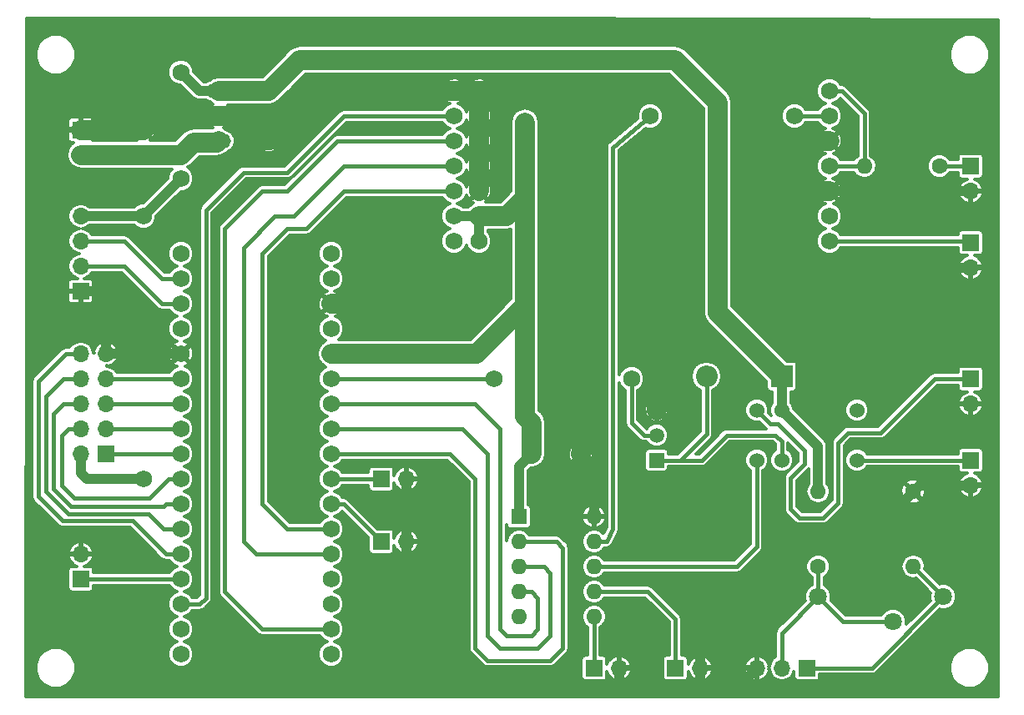
<source format=gbr>
G04 #@! TF.FileFunction,Copper,L2,Bot,Signal*
%FSLAX46Y46*%
G04 Gerber Fmt 4.6, Leading zero omitted, Abs format (unit mm)*
G04 Created by KiCad (PCBNEW 4.0.6-e0-6349~53~ubuntu16.04.1) date Sun May 21 18:04:43 2017*
%MOMM*%
%LPD*%
G01*
G04 APERTURE LIST*
%ADD10C,0.100000*%
%ADD11C,1.600000*%
%ADD12O,1.600000X1.600000*%
%ADD13C,1.750000*%
%ADD14C,1.524000*%
%ADD15R,1.700000X1.700000*%
%ADD16O,1.700000X1.700000*%
%ADD17R,1.600000X1.600000*%
%ADD18R,2.200000X2.200000*%
%ADD19O,2.200000X2.200000*%
%ADD20C,1.520000*%
%ADD21R,1.520000X1.520000*%
%ADD22O,2.499360X1.501140*%
%ADD23C,1.800000*%
%ADD24C,2.000000*%
%ADD25C,1.000000*%
%ADD26C,0.400000*%
%ADD27C,0.300000*%
G04 APERTURE END LIST*
D10*
D11*
X93218000Y54483000D03*
D12*
X85598000Y54483000D03*
D13*
X82042000Y62103000D03*
X82042000Y59563000D03*
X82042000Y54483000D03*
X82042000Y57023000D03*
X82042000Y49403000D03*
X82042000Y46863000D03*
X82042000Y51943000D03*
X46482000Y51943000D03*
X43942000Y51943000D03*
X43942000Y46863000D03*
X46482000Y46863000D03*
X46482000Y49403000D03*
X43942000Y49403000D03*
X43942000Y57023000D03*
X46482000Y57023000D03*
X46482000Y54483000D03*
X43942000Y54483000D03*
X43942000Y59563000D03*
X46482000Y59563000D03*
X46482000Y62103000D03*
X43942000Y62103000D03*
D11*
X51816000Y25273000D03*
X56816000Y25273000D03*
D14*
X74676000Y24638000D03*
X77216000Y24638000D03*
X84836000Y24638000D03*
X84836000Y29718000D03*
X77216000Y29718000D03*
X74676000Y29718000D03*
D15*
X79756000Y3556000D03*
D16*
X77216000Y3556000D03*
X74676000Y3556000D03*
D15*
X6096000Y12573000D03*
D16*
X6096000Y15113000D03*
D15*
X36576000Y22733000D03*
D16*
X39116000Y22733000D03*
D15*
X6096000Y58166000D03*
D16*
X6096000Y55626000D03*
D15*
X6096000Y41783000D03*
D16*
X6096000Y44323000D03*
X6096000Y46863000D03*
X6096000Y49403000D03*
D17*
X12446000Y55626000D03*
D11*
X12446000Y58126000D03*
X25146000Y62103000D03*
X25146000Y57103000D03*
D18*
X77216000Y33147000D03*
D19*
X69596000Y33147000D03*
D15*
X96393000Y32893000D03*
D16*
X96393000Y30353000D03*
D15*
X96393000Y24638000D03*
D16*
X96393000Y22098000D03*
D15*
X96393000Y54483000D03*
D16*
X96393000Y51943000D03*
D15*
X96393000Y46736000D03*
D16*
X96393000Y44196000D03*
D20*
X64516000Y27178000D03*
X64516000Y29718000D03*
D21*
X64516000Y24638000D03*
D22*
X20066000Y59563000D03*
X20066000Y57023000D03*
X20066000Y62103000D03*
D17*
X50546000Y18923000D03*
D12*
X58166000Y8763000D03*
X50546000Y16383000D03*
X58166000Y11303000D03*
X50546000Y13843000D03*
X58166000Y13843000D03*
X50546000Y11303000D03*
X58166000Y16383000D03*
X50546000Y8763000D03*
X58166000Y18923000D03*
D15*
X58166000Y3556000D03*
D16*
X60706000Y3556000D03*
D15*
X66421000Y3556000D03*
D16*
X68961000Y3556000D03*
D11*
X80899000Y13843000D03*
D12*
X80899000Y21463000D03*
D11*
X90551000Y21463000D03*
D12*
X90551000Y13843000D03*
D13*
X31496000Y4953000D03*
X16256000Y4953000D03*
X31496000Y45593000D03*
X16256000Y45593000D03*
X16256000Y40513000D03*
X16256000Y37973000D03*
X16256000Y35433000D03*
X16256000Y32893000D03*
X16256000Y30353000D03*
X16256000Y27813000D03*
X16256000Y25273000D03*
X16256000Y22733000D03*
X16256000Y20193000D03*
X16256000Y17653000D03*
X16256000Y15113000D03*
X16256000Y12573000D03*
X16256000Y10033000D03*
X16256000Y7493000D03*
X31496000Y7493000D03*
X31496000Y10033000D03*
X31496000Y12573000D03*
X31496000Y15113000D03*
X31496000Y17653000D03*
X31496000Y20193000D03*
X31496000Y22733000D03*
X31496000Y25273000D03*
X31496000Y27813000D03*
X31496000Y30353000D03*
X31496000Y32893000D03*
X31496000Y35433000D03*
X31496000Y37973000D03*
X31496000Y40513000D03*
X31496000Y43053000D03*
X16256000Y43053000D03*
D15*
X8636000Y25273000D03*
D16*
X6096000Y25273000D03*
X8636000Y27813000D03*
X6096000Y27813000D03*
X8636000Y30353000D03*
X6096000Y30353000D03*
X8636000Y32893000D03*
X6096000Y32893000D03*
X8636000Y35433000D03*
X6096000Y35433000D03*
D15*
X36576000Y16383000D03*
D16*
X39116000Y16383000D03*
D23*
X80899000Y10795000D03*
X88519000Y8255000D03*
X93599000Y10795000D03*
D13*
X38354000Y67818000D03*
X38354000Y41148000D03*
X16256000Y53213000D03*
X16256000Y64008000D03*
X12446000Y22733000D03*
X12446000Y49403000D03*
X51181000Y65278000D03*
X51181000Y58928000D03*
X48006000Y32893000D03*
X61976000Y32893000D03*
X78486000Y59563000D03*
X63881000Y59563000D03*
D24*
X12446000Y58126000D02*
X12446000Y58166000D01*
X12446000Y58166000D02*
X13843000Y59563000D01*
X22479000Y59563000D02*
X24939000Y57103000D01*
X13843000Y59563000D02*
X22479000Y59563000D01*
X24939000Y57103000D02*
X25146000Y57103000D01*
X6096000Y58166000D02*
X12406000Y58166000D01*
X12406000Y58166000D02*
X12446000Y58126000D01*
X12446000Y58126000D02*
X12446000Y60793000D01*
D25*
X56515000Y1143000D02*
X45212000Y1143000D01*
X39116000Y7239000D02*
X39116000Y16383000D01*
X45212000Y1143000D02*
X39116000Y7239000D01*
D24*
X31496000Y40513000D02*
X37719000Y40513000D01*
X38354000Y41148000D02*
X37719000Y40513000D01*
D25*
X68961000Y3556000D02*
X68961000Y7112000D01*
X91186000Y22098000D02*
X96393000Y22098000D01*
X86614000Y17526000D02*
X91186000Y22098000D01*
X79375000Y17526000D02*
X86614000Y17526000D01*
X68961000Y7112000D02*
X79375000Y17526000D01*
X68961000Y3556000D02*
X68961000Y2159000D01*
X68961000Y2159000D02*
X68326000Y1524000D01*
X60706000Y1524000D02*
X68326000Y1524000D01*
X68326000Y1524000D02*
X72644000Y1524000D01*
X72644000Y1524000D02*
X74676000Y3556000D01*
X56816000Y25273000D02*
X56816000Y22272000D01*
X60706000Y1524000D02*
X60706000Y3556000D01*
X61087000Y1143000D02*
X60706000Y1524000D01*
X55753000Y1143000D02*
X56515000Y1143000D01*
X56515000Y1143000D02*
X61087000Y1143000D01*
X54737000Y2159000D02*
X55753000Y1143000D01*
X54737000Y3175000D02*
X54737000Y2159000D01*
X56007000Y4445000D02*
X54737000Y3175000D01*
X56007000Y6350000D02*
X56007000Y4445000D01*
X56134000Y6477000D02*
X56007000Y6350000D01*
X56134000Y21590000D02*
X56134000Y6477000D01*
X56816000Y22272000D02*
X56134000Y21590000D01*
X96393000Y44196000D02*
X76454000Y44196000D01*
X74676000Y45974000D02*
X74676000Y53848000D01*
X76454000Y44196000D02*
X74676000Y45974000D01*
X82042000Y51943000D02*
X96393000Y51943000D01*
X39116000Y22733000D02*
X39116000Y16383000D01*
X56816000Y25273000D02*
X56896000Y25273000D01*
X56896000Y25273000D02*
X58166000Y24003000D01*
X58166000Y24003000D02*
X58166000Y18923000D01*
X6096000Y41783000D02*
X8001000Y41783000D01*
X8636000Y41148000D02*
X8636000Y35433000D01*
X8001000Y41783000D02*
X8636000Y41148000D01*
X8636000Y35433000D02*
X16256000Y35433000D01*
D24*
X54991000Y62103000D02*
X64755998Y62103000D01*
X64516000Y33528000D02*
X64516000Y29718000D01*
X67056000Y36068000D02*
X64516000Y33528000D01*
X67056000Y59802998D02*
X67056000Y36068000D01*
X64755998Y62103000D02*
X67056000Y59802998D01*
X46482000Y62103000D02*
X54991000Y62103000D01*
X54991000Y62103000D02*
X55626000Y62103000D01*
X56896000Y60833000D02*
X56896000Y41783000D01*
X56896000Y41783000D02*
X56896000Y37973000D01*
X56896000Y37973000D02*
X56896000Y25353000D01*
X55626000Y62103000D02*
X56896000Y60833000D01*
X56896000Y25353000D02*
X56816000Y25273000D01*
X82042000Y57023000D02*
X76581000Y57023000D01*
X76581000Y57023000D02*
X74676000Y58928000D01*
X12446000Y60793000D02*
X12446000Y64643000D01*
X76581000Y51943000D02*
X82042000Y51943000D01*
X74676000Y53848000D02*
X76581000Y51943000D01*
X74676000Y63373000D02*
X74676000Y58928000D01*
X74676000Y58928000D02*
X74676000Y53848000D01*
X70231000Y67818000D02*
X74676000Y63373000D01*
X15621000Y67818000D02*
X38354000Y67818000D01*
X38354000Y67818000D02*
X70231000Y67818000D01*
X12446000Y64643000D02*
X15621000Y67818000D01*
X12446000Y60793000D02*
X12446000Y60833000D01*
X25146000Y57103000D02*
X25226000Y57103000D01*
X25226000Y57103000D02*
X30226000Y62103000D01*
X30226000Y62103000D02*
X39116000Y62103000D01*
X39116000Y62103000D02*
X46482000Y62103000D01*
X46482000Y62103000D02*
X46482000Y59563000D01*
X46482000Y59563000D02*
X46482000Y57023000D01*
X46482000Y57023000D02*
X46482000Y54483000D01*
X46482000Y54483000D02*
X46482000Y51943000D01*
X31496000Y35433000D02*
X46228000Y35433000D01*
X46228000Y35433000D02*
X51181000Y40386000D01*
X51181000Y65278000D02*
X66421000Y65278000D01*
X70739000Y39624000D02*
X77216000Y33147000D01*
X70739000Y60960000D02*
X70739000Y39624000D01*
X66421000Y65278000D02*
X70739000Y60960000D01*
D25*
X77216000Y33147000D02*
X77216000Y29718000D01*
X77216000Y29718000D02*
X80899000Y26035000D01*
X80899000Y26035000D02*
X80899000Y21463000D01*
X20066000Y62103000D02*
X18161000Y62103000D01*
X16256000Y53213000D02*
X12446000Y49403000D01*
X18161000Y62103000D02*
X16256000Y64008000D01*
X6096000Y25273000D02*
X6096000Y23368000D01*
X6096000Y23368000D02*
X6731000Y22733000D01*
X6731000Y22733000D02*
X12446000Y22733000D01*
X12446000Y49403000D02*
X6096000Y49403000D01*
D24*
X51816000Y28448000D02*
X51816000Y25273000D01*
X46482000Y49403000D02*
X49276000Y49403000D01*
X51181000Y51308000D02*
X49276000Y49403000D01*
X51181000Y58928000D02*
X51181000Y51308000D01*
X49911000Y65278000D02*
X51181000Y65278000D01*
X28321000Y65278000D02*
X49911000Y65278000D01*
X25146000Y62103000D02*
X28321000Y65278000D01*
D25*
X50546000Y18923000D02*
X50546000Y24003000D01*
X50546000Y24003000D02*
X51816000Y25273000D01*
D24*
X20066000Y62103000D02*
X25146000Y62103000D01*
D25*
X46482000Y49403000D02*
X46482000Y46863000D01*
X43942000Y49403000D02*
X46482000Y49403000D01*
D24*
X51181000Y51308000D02*
X51181000Y40386000D01*
X51181000Y40386000D02*
X51181000Y37338000D01*
X51181000Y37338000D02*
X51181000Y36068000D01*
X51181000Y36068000D02*
X51181000Y34163000D01*
X51181000Y34163000D02*
X51181000Y29083000D01*
X51181000Y29083000D02*
X51816000Y28448000D01*
D26*
X64516000Y24638000D02*
X69088000Y24638000D01*
X77216000Y26543000D02*
X77216000Y24638000D01*
X76581000Y27178000D02*
X77216000Y26543000D01*
X71628000Y27178000D02*
X76581000Y27178000D01*
X69088000Y24638000D02*
X71628000Y27178000D01*
X64516000Y24638000D02*
X66929000Y24638000D01*
X69596000Y27305000D02*
X69596000Y33147000D01*
X66929000Y24638000D02*
X69596000Y27305000D01*
X31496000Y27813000D02*
X44831000Y27813000D01*
X53086000Y13843000D02*
X50546000Y13843000D01*
X53721000Y13208000D02*
X53086000Y13843000D01*
X53721000Y6858000D02*
X53721000Y13208000D01*
X52451000Y5588000D02*
X53721000Y6858000D01*
X48641000Y5588000D02*
X52451000Y5588000D01*
X47371000Y6858000D02*
X48641000Y5588000D01*
X47371000Y25273000D02*
X47371000Y6858000D01*
X44831000Y27813000D02*
X47371000Y25273000D01*
X31496000Y25273000D02*
X43561000Y25273000D01*
X54356000Y16383000D02*
X50546000Y16383000D01*
X54991000Y15748000D02*
X54356000Y16383000D01*
X54991000Y5588000D02*
X54991000Y15748000D01*
X53721000Y4318000D02*
X54991000Y5588000D01*
X47371000Y4318000D02*
X53721000Y4318000D01*
X46101000Y5588000D02*
X47371000Y4318000D01*
X46101000Y22733000D02*
X46101000Y5588000D01*
X43561000Y25273000D02*
X46101000Y22733000D01*
X31496000Y22733000D02*
X36576000Y22733000D01*
X6096000Y12573000D02*
X16256000Y12573000D01*
X93218000Y54483000D02*
X96393000Y54483000D01*
X82042000Y46863000D02*
X96266000Y46863000D01*
X96266000Y46863000D02*
X96393000Y46736000D01*
X90551000Y13843000D02*
X93599000Y10795000D01*
X79756000Y3556000D02*
X86360000Y3556000D01*
X86360000Y3556000D02*
X93599000Y10795000D01*
X80899000Y10795000D02*
X80899000Y13843000D01*
X77216000Y3556000D02*
X77216000Y7112000D01*
X77216000Y7112000D02*
X80899000Y10795000D01*
X88519000Y8255000D02*
X83439000Y8255000D01*
X83439000Y8255000D02*
X80899000Y10795000D01*
X31496000Y32893000D02*
X48006000Y32893000D01*
X61976000Y32893000D02*
X61976000Y28448000D01*
X61976000Y28448000D02*
X63246000Y27178000D01*
X63246000Y27178000D02*
X64516000Y27178000D01*
X82042000Y62103000D02*
X83312000Y62103000D01*
X85598000Y59817000D02*
X85598000Y54483000D01*
X83312000Y62103000D02*
X85598000Y59817000D01*
X82042000Y54483000D02*
X85598000Y54483000D01*
X16256000Y10033000D02*
X18161000Y10033000D01*
X32766000Y59563000D02*
X43942000Y59563000D01*
X27051000Y53848000D02*
X32766000Y59563000D01*
X22606000Y53848000D02*
X27051000Y53848000D01*
X18796000Y50038000D02*
X22606000Y53848000D01*
X18796000Y10668000D02*
X18796000Y50038000D01*
X18161000Y10033000D02*
X18796000Y10668000D01*
X43942000Y57023000D02*
X32131000Y57023000D01*
X24511000Y7493000D02*
X31496000Y7493000D01*
X20701000Y11303000D02*
X24511000Y7493000D01*
X20701000Y48133000D02*
X20701000Y11303000D01*
X24511000Y51943000D02*
X20701000Y48133000D01*
X27051000Y51943000D02*
X24511000Y51943000D01*
X32131000Y57023000D02*
X27051000Y51943000D01*
X58166000Y16383000D02*
X59436000Y16383000D01*
X78486000Y59563000D02*
X82042000Y59563000D01*
X60071000Y56388000D02*
X63881000Y59563000D01*
X60071000Y17653000D02*
X60071000Y56388000D01*
X59436000Y16383000D02*
X60071000Y17653000D01*
X58166000Y13843000D02*
X72644000Y13843000D01*
X74676000Y15875000D02*
X74676000Y24638000D01*
X72644000Y13843000D02*
X74676000Y15875000D01*
D24*
X6096000Y55626000D02*
X12446000Y55626000D01*
X12446000Y55626000D02*
X16256000Y55626000D01*
X16256000Y55626000D02*
X17526000Y56896000D01*
X17526000Y56896000D02*
X19939000Y56896000D01*
X19939000Y56896000D02*
X20066000Y57023000D01*
D26*
X8636000Y32893000D02*
X16256000Y32893000D01*
X8636000Y30353000D02*
X16256000Y30353000D01*
X8636000Y27813000D02*
X16256000Y27813000D01*
X8636000Y25273000D02*
X16256000Y25273000D01*
X6096000Y27813000D02*
X4826000Y27813000D01*
X14986000Y22733000D02*
X16256000Y22733000D01*
X13081000Y20828000D02*
X14986000Y22733000D01*
X5461000Y20828000D02*
X13081000Y20828000D01*
X4191000Y22098000D02*
X5461000Y20828000D01*
X4191000Y27178000D02*
X4191000Y22098000D01*
X4826000Y27813000D02*
X4191000Y27178000D01*
X6096000Y30353000D02*
X4318000Y30353000D01*
X14732000Y20193000D02*
X16256000Y20193000D01*
X14478000Y19939000D02*
X14732000Y20193000D01*
X11430000Y19939000D02*
X14478000Y19939000D01*
X5080000Y19939000D02*
X11430000Y19939000D01*
X3302000Y21717000D02*
X5080000Y19939000D01*
X3302000Y29337000D02*
X3302000Y21717000D01*
X4318000Y30353000D02*
X3302000Y29337000D01*
X16256000Y40513000D02*
X14351000Y40513000D01*
X10541000Y44323000D02*
X6096000Y44323000D01*
X14351000Y40513000D02*
X10541000Y44323000D01*
X16256000Y43053000D02*
X14351000Y43053000D01*
X10541000Y46863000D02*
X6096000Y46863000D01*
X14351000Y43053000D02*
X10541000Y46863000D01*
X96393000Y32893000D02*
X92710000Y32893000D01*
X76073000Y28321000D02*
X74676000Y29718000D01*
X76835000Y28321000D02*
X76073000Y28321000D01*
X79502000Y25654000D02*
X76835000Y28321000D01*
X79502000Y24257000D02*
X79502000Y25654000D01*
X78105000Y22860000D02*
X79502000Y24257000D01*
X78105000Y19685000D02*
X78105000Y22860000D01*
X78994000Y18796000D02*
X78105000Y19685000D01*
X81407000Y18796000D02*
X78994000Y18796000D01*
X82931000Y20320000D02*
X81407000Y18796000D01*
X82931000Y26416000D02*
X82931000Y20320000D01*
X83947000Y27432000D02*
X82931000Y26416000D01*
X87249000Y27432000D02*
X83947000Y27432000D01*
X92710000Y32893000D02*
X87249000Y27432000D01*
X84836000Y24638000D02*
X96393000Y24638000D01*
X31496000Y20193000D02*
X32766000Y20193000D01*
X32766000Y20193000D02*
X36576000Y16383000D01*
X6096000Y32893000D02*
X4318000Y32893000D01*
X14478000Y17653000D02*
X16256000Y17653000D01*
X12954000Y19177000D02*
X14478000Y17653000D01*
X4852048Y19177000D02*
X12954000Y19177000D01*
X2540000Y21489048D02*
X4852048Y19177000D01*
X2540000Y31115000D02*
X2540000Y21489048D01*
X4318000Y32893000D02*
X2540000Y31115000D01*
X6096000Y35433000D02*
X4572000Y35433000D01*
X14732000Y15113000D02*
X16256000Y15113000D01*
X11368002Y18476998D02*
X14732000Y15113000D01*
X4256002Y18476998D02*
X11368002Y18476998D01*
X1778000Y20955000D02*
X4256002Y18476998D01*
X1778000Y32639000D02*
X1778000Y20955000D01*
X4572000Y35433000D02*
X1778000Y32639000D01*
X31496000Y30353000D02*
X46101000Y30353000D01*
X51816000Y11303000D02*
X50546000Y11303000D01*
X52451000Y10668000D02*
X51816000Y11303000D01*
X52451000Y7493000D02*
X52451000Y10668000D01*
X51816000Y6858000D02*
X52451000Y7493000D01*
X49276000Y6858000D02*
X51816000Y6858000D01*
X48641000Y7493000D02*
X49276000Y6858000D01*
X48641000Y27813000D02*
X48641000Y7493000D01*
X46101000Y30353000D02*
X48641000Y27813000D01*
X58166000Y8763000D02*
X58166000Y3556000D01*
X58166000Y11303000D02*
X63627000Y11303000D01*
X66421000Y8509000D02*
X66421000Y3556000D01*
X63627000Y11303000D02*
X66421000Y8509000D01*
X43942000Y51943000D02*
X32766000Y51943000D01*
X27051000Y17653000D02*
X31496000Y17653000D01*
X24511000Y20193000D02*
X27051000Y17653000D01*
X24511000Y45593000D02*
X24511000Y20193000D01*
X27051000Y48133000D02*
X24511000Y45593000D01*
X28956000Y48133000D02*
X27051000Y48133000D01*
X32766000Y51943000D02*
X28956000Y48133000D01*
X31496000Y15113000D02*
X23876000Y15113000D01*
X32766000Y54483000D02*
X43942000Y54483000D01*
X27686000Y49403000D02*
X32766000Y54483000D01*
X25781000Y49403000D02*
X27686000Y49403000D01*
X22606000Y46228000D02*
X25781000Y49403000D01*
X22606000Y16383000D02*
X22606000Y46228000D01*
X23876000Y15113000D02*
X22606000Y16383000D01*
D27*
G36*
X99170000Y69319695D02*
X99170000Y658000D01*
X531276Y658000D01*
X535848Y3150019D01*
X1505645Y3150019D01*
X1817081Y2396285D01*
X2393252Y1819108D01*
X3146441Y1506357D01*
X3961981Y1505645D01*
X4715715Y1817081D01*
X5292892Y2393252D01*
X5605643Y3146441D01*
X5606355Y3961981D01*
X5294919Y4715715D01*
X4718748Y5292892D01*
X3965559Y5605643D01*
X3150019Y5606355D01*
X2396285Y5294919D01*
X1819108Y4718748D01*
X1506357Y3965559D01*
X1505645Y3150019D01*
X535848Y3150019D01*
X558351Y15414531D01*
X4831453Y15414531D01*
X4912718Y15213000D01*
X5996000Y15213000D01*
X5996000Y16296657D01*
X6196000Y16296657D01*
X6196000Y15213000D01*
X7279282Y15213000D01*
X7360547Y15414531D01*
X7203392Y15793961D01*
X6858504Y16165906D01*
X6397532Y16377556D01*
X6196000Y16296657D01*
X5996000Y16296657D01*
X5794468Y16377556D01*
X5333496Y16165906D01*
X4988608Y15793961D01*
X4831453Y15414531D01*
X558351Y15414531D01*
X589956Y32639000D01*
X1128000Y32639000D01*
X1128000Y20955000D01*
X1152179Y20833444D01*
X1177478Y20706255D01*
X1318381Y20495381D01*
X3796383Y18017379D01*
X4007257Y17876476D01*
X4048526Y17868267D01*
X4256002Y17826998D01*
X11098764Y17826998D01*
X14272381Y14653380D01*
X14483256Y14512478D01*
X14732000Y14463000D01*
X15090923Y14463000D01*
X15132065Y14363428D01*
X15504468Y13990375D01*
X15859659Y13842887D01*
X15506428Y13696935D01*
X15133375Y13324532D01*
X15091215Y13223000D01*
X7404816Y13223000D01*
X7404816Y13423000D01*
X7373438Y13589760D01*
X7274883Y13742919D01*
X7124505Y13845668D01*
X6946000Y13881816D01*
X6470216Y13881816D01*
X6858504Y14060094D01*
X7203392Y14432039D01*
X7360547Y14811469D01*
X7279282Y15013000D01*
X6196000Y15013000D01*
X6196000Y14993000D01*
X5996000Y14993000D01*
X5996000Y15013000D01*
X4912718Y15013000D01*
X4831453Y14811469D01*
X4988608Y14432039D01*
X5333496Y14060094D01*
X5721784Y13881816D01*
X5246000Y13881816D01*
X5079240Y13850438D01*
X4926081Y13751883D01*
X4823332Y13601505D01*
X4787184Y13423000D01*
X4787184Y11723000D01*
X4818562Y11556240D01*
X4917117Y11403081D01*
X5067495Y11300332D01*
X5246000Y11264184D01*
X6946000Y11264184D01*
X7112760Y11295562D01*
X7265919Y11394117D01*
X7368668Y11544495D01*
X7404816Y11723000D01*
X7404816Y11923000D01*
X15090923Y11923000D01*
X15132065Y11823428D01*
X15504468Y11450375D01*
X15859659Y11302887D01*
X15506428Y11156935D01*
X15133375Y10784532D01*
X14931231Y10297715D01*
X14930771Y9770598D01*
X15132065Y9283428D01*
X15504468Y8910375D01*
X15859659Y8762887D01*
X15506428Y8616935D01*
X15133375Y8244532D01*
X14931231Y7757715D01*
X14930771Y7230598D01*
X15132065Y6743428D01*
X15504468Y6370375D01*
X15859659Y6222887D01*
X15506428Y6076935D01*
X15133375Y5704532D01*
X14931231Y5217715D01*
X14930771Y4690598D01*
X15132065Y4203428D01*
X15504468Y3830375D01*
X15991285Y3628231D01*
X16518402Y3627771D01*
X17005572Y3829065D01*
X17378625Y4201468D01*
X17580769Y4688285D01*
X17581229Y5215402D01*
X17379935Y5702572D01*
X17007532Y6075625D01*
X16652341Y6223113D01*
X17005572Y6369065D01*
X17378625Y6741468D01*
X17580769Y7228285D01*
X17581229Y7755402D01*
X17379935Y8242572D01*
X17007532Y8615625D01*
X16652341Y8763113D01*
X17005572Y8909065D01*
X17378625Y9281468D01*
X17420785Y9383000D01*
X18161000Y9383000D01*
X18368476Y9424269D01*
X18409745Y9432478D01*
X18620619Y9573381D01*
X19255620Y10208381D01*
X19396522Y10419256D01*
X19446000Y10668000D01*
X19446000Y49768762D01*
X22875239Y53198000D01*
X27051000Y53198000D01*
X27258476Y53239269D01*
X27299745Y53247478D01*
X27510619Y53388381D01*
X33035239Y58913000D01*
X42776923Y58913000D01*
X42818065Y58813428D01*
X43190468Y58440375D01*
X43545659Y58292887D01*
X43192428Y58146935D01*
X42819375Y57774532D01*
X42777215Y57673000D01*
X32131000Y57673000D01*
X31923524Y57631731D01*
X31882255Y57623522D01*
X31671381Y57482619D01*
X26781762Y52593000D01*
X24511000Y52593000D01*
X24262256Y52543522D01*
X24051381Y52402620D01*
X20241381Y48592619D01*
X20100478Y48381745D01*
X20092269Y48340476D01*
X20051000Y48133000D01*
X20051000Y11303000D01*
X20061986Y11247771D01*
X20100478Y11054255D01*
X20241381Y10843381D01*
X24051381Y7033380D01*
X24243164Y6905235D01*
X24262256Y6892478D01*
X24511000Y6843000D01*
X30330923Y6843000D01*
X30372065Y6743428D01*
X30744468Y6370375D01*
X31099659Y6222887D01*
X30746428Y6076935D01*
X30373375Y5704532D01*
X30171231Y5217715D01*
X30170771Y4690598D01*
X30372065Y4203428D01*
X30744468Y3830375D01*
X31231285Y3628231D01*
X31758402Y3627771D01*
X32245572Y3829065D01*
X32618625Y4201468D01*
X32820769Y4688285D01*
X32821229Y5215402D01*
X32619935Y5702572D01*
X32247532Y6075625D01*
X31892341Y6223113D01*
X32245572Y6369065D01*
X32618625Y6741468D01*
X32820769Y7228285D01*
X32821229Y7755402D01*
X32619935Y8242572D01*
X32247532Y8615625D01*
X31892341Y8763113D01*
X32245572Y8909065D01*
X32618625Y9281468D01*
X32820769Y9768285D01*
X32821229Y10295402D01*
X32619935Y10782572D01*
X32247532Y11155625D01*
X31892341Y11303113D01*
X32245572Y11449065D01*
X32618625Y11821468D01*
X32820769Y12308285D01*
X32821229Y12835402D01*
X32619935Y13322572D01*
X32247532Y13695625D01*
X31892341Y13843113D01*
X32245572Y13989065D01*
X32618625Y14361468D01*
X32820769Y14848285D01*
X32821229Y15375402D01*
X32619935Y15862572D01*
X32247532Y16235625D01*
X31892341Y16383113D01*
X32245572Y16529065D01*
X32618625Y16901468D01*
X32820769Y17388285D01*
X32821229Y17915402D01*
X32619935Y18402572D01*
X32247532Y18775625D01*
X31892341Y18923113D01*
X32245572Y19069065D01*
X32608451Y19431311D01*
X35267184Y16772577D01*
X35267184Y15533000D01*
X35298562Y15366240D01*
X35397117Y15213081D01*
X35547495Y15110332D01*
X35726000Y15074184D01*
X37426000Y15074184D01*
X37592760Y15105562D01*
X37745919Y15204117D01*
X37848668Y15354495D01*
X37884816Y15533000D01*
X37884816Y16008784D01*
X38063094Y15620496D01*
X38435039Y15275608D01*
X38814469Y15118453D01*
X39016000Y15199718D01*
X39016000Y16283000D01*
X39216000Y16283000D01*
X39216000Y15199718D01*
X39417531Y15118453D01*
X39796961Y15275608D01*
X40168906Y15620496D01*
X40380556Y16081468D01*
X40299657Y16283000D01*
X39216000Y16283000D01*
X39016000Y16283000D01*
X38996000Y16283000D01*
X38996000Y16483000D01*
X39016000Y16483000D01*
X39016000Y17566282D01*
X39216000Y17566282D01*
X39216000Y16483000D01*
X40299657Y16483000D01*
X40380556Y16684532D01*
X40168906Y17145504D01*
X39796961Y17490392D01*
X39417531Y17647547D01*
X39216000Y17566282D01*
X39016000Y17566282D01*
X38814469Y17647547D01*
X38435039Y17490392D01*
X38063094Y17145504D01*
X37884816Y16757216D01*
X37884816Y17233000D01*
X37853438Y17399760D01*
X37754883Y17552919D01*
X37604505Y17655668D01*
X37426000Y17691816D01*
X36186423Y17691816D01*
X33225619Y20652619D01*
X33014745Y20793522D01*
X32973476Y20801731D01*
X32766000Y20843000D01*
X32661077Y20843000D01*
X32619935Y20942572D01*
X32247532Y21315625D01*
X31892341Y21463113D01*
X32245572Y21609065D01*
X32618625Y21981468D01*
X32660785Y22083000D01*
X35267184Y22083000D01*
X35267184Y21883000D01*
X35298562Y21716240D01*
X35397117Y21563081D01*
X35547495Y21460332D01*
X35726000Y21424184D01*
X37426000Y21424184D01*
X37592760Y21455562D01*
X37745919Y21554117D01*
X37848668Y21704495D01*
X37884816Y21883000D01*
X37884816Y22358784D01*
X38063094Y21970496D01*
X38435039Y21625608D01*
X38814469Y21468453D01*
X39016000Y21549718D01*
X39016000Y22633000D01*
X39216000Y22633000D01*
X39216000Y21549718D01*
X39417531Y21468453D01*
X39796961Y21625608D01*
X40168906Y21970496D01*
X40380556Y22431468D01*
X40299657Y22633000D01*
X39216000Y22633000D01*
X39016000Y22633000D01*
X38996000Y22633000D01*
X38996000Y22833000D01*
X39016000Y22833000D01*
X39016000Y23916282D01*
X39216000Y23916282D01*
X39216000Y22833000D01*
X40299657Y22833000D01*
X40380556Y23034532D01*
X40168906Y23495504D01*
X39796961Y23840392D01*
X39417531Y23997547D01*
X39216000Y23916282D01*
X39016000Y23916282D01*
X38814469Y23997547D01*
X38435039Y23840392D01*
X38063094Y23495504D01*
X37884816Y23107216D01*
X37884816Y23583000D01*
X37853438Y23749760D01*
X37754883Y23902919D01*
X37604505Y24005668D01*
X37426000Y24041816D01*
X35726000Y24041816D01*
X35559240Y24010438D01*
X35406081Y23911883D01*
X35303332Y23761505D01*
X35267184Y23583000D01*
X35267184Y23383000D01*
X32661077Y23383000D01*
X32619935Y23482572D01*
X32247532Y23855625D01*
X31892341Y24003113D01*
X32245572Y24149065D01*
X32618625Y24521468D01*
X32660785Y24623000D01*
X43291762Y24623000D01*
X45451000Y22463761D01*
X45451000Y5588000D01*
X45492269Y5380524D01*
X45500478Y5339255D01*
X45641381Y5128381D01*
X46911380Y3858381D01*
X47122255Y3717478D01*
X47163524Y3709269D01*
X47371000Y3668000D01*
X53721000Y3668000D01*
X53928476Y3709269D01*
X53969745Y3717478D01*
X54180619Y3858381D01*
X54728238Y4406000D01*
X56857184Y4406000D01*
X56857184Y2706000D01*
X56888562Y2539240D01*
X56987117Y2386081D01*
X57137495Y2283332D01*
X57316000Y2247184D01*
X59016000Y2247184D01*
X59182760Y2278562D01*
X59335919Y2377117D01*
X59438668Y2527495D01*
X59474816Y2706000D01*
X59474816Y3181784D01*
X59653094Y2793496D01*
X60025039Y2448608D01*
X60404469Y2291453D01*
X60606000Y2372718D01*
X60606000Y3456000D01*
X60806000Y3456000D01*
X60806000Y2372718D01*
X61007531Y2291453D01*
X61386961Y2448608D01*
X61758906Y2793496D01*
X61970556Y3254468D01*
X61889657Y3456000D01*
X60806000Y3456000D01*
X60606000Y3456000D01*
X60586000Y3456000D01*
X60586000Y3656000D01*
X60606000Y3656000D01*
X60606000Y4739282D01*
X60806000Y4739282D01*
X60806000Y3656000D01*
X61889657Y3656000D01*
X61970556Y3857532D01*
X61758906Y4318504D01*
X61386961Y4663392D01*
X61007531Y4820547D01*
X60806000Y4739282D01*
X60606000Y4739282D01*
X60404469Y4820547D01*
X60025039Y4663392D01*
X59653094Y4318504D01*
X59474816Y3930216D01*
X59474816Y4406000D01*
X59443438Y4572760D01*
X59344883Y4725919D01*
X59194505Y4828668D01*
X59016000Y4864816D01*
X58816000Y4864816D01*
X58816000Y7706478D01*
X59074372Y7879117D01*
X59345338Y8284646D01*
X59440489Y8763000D01*
X59345338Y9241354D01*
X59074372Y9646883D01*
X58668843Y9917849D01*
X58190489Y10013000D01*
X58141511Y10013000D01*
X57663157Y9917849D01*
X57257628Y9646883D01*
X56986662Y9241354D01*
X56891511Y8763000D01*
X56986662Y8284646D01*
X57257628Y7879117D01*
X57516000Y7706478D01*
X57516000Y4864816D01*
X57316000Y4864816D01*
X57149240Y4833438D01*
X56996081Y4734883D01*
X56893332Y4584505D01*
X56857184Y4406000D01*
X54728238Y4406000D01*
X55450619Y5128380D01*
X55591522Y5339255D01*
X55599731Y5380524D01*
X55641000Y5588000D01*
X55641000Y11303000D01*
X56891511Y11303000D01*
X56986662Y10824646D01*
X57257628Y10419117D01*
X57663157Y10148151D01*
X58141511Y10053000D01*
X58190489Y10053000D01*
X58668843Y10148151D01*
X59074372Y10419117D01*
X59230648Y10653000D01*
X63357762Y10653000D01*
X65771000Y8239761D01*
X65771000Y4864816D01*
X65571000Y4864816D01*
X65404240Y4833438D01*
X65251081Y4734883D01*
X65148332Y4584505D01*
X65112184Y4406000D01*
X65112184Y2706000D01*
X65143562Y2539240D01*
X65242117Y2386081D01*
X65392495Y2283332D01*
X65571000Y2247184D01*
X67271000Y2247184D01*
X67437760Y2278562D01*
X67590919Y2377117D01*
X67693668Y2527495D01*
X67729816Y2706000D01*
X67729816Y3181784D01*
X67908094Y2793496D01*
X68280039Y2448608D01*
X68659469Y2291453D01*
X68861000Y2372718D01*
X68861000Y3456000D01*
X69061000Y3456000D01*
X69061000Y2372718D01*
X69262531Y2291453D01*
X69641961Y2448608D01*
X70013906Y2793496D01*
X70225556Y3254468D01*
X73411444Y3254468D01*
X73623094Y2793496D01*
X73995039Y2448608D01*
X74374469Y2291453D01*
X74576000Y2372718D01*
X74576000Y3456000D01*
X73492343Y3456000D01*
X73411444Y3254468D01*
X70225556Y3254468D01*
X70144657Y3456000D01*
X69061000Y3456000D01*
X68861000Y3456000D01*
X68841000Y3456000D01*
X68841000Y3656000D01*
X68861000Y3656000D01*
X68861000Y4739282D01*
X69061000Y4739282D01*
X69061000Y3656000D01*
X70144657Y3656000D01*
X70225556Y3857532D01*
X73411444Y3857532D01*
X73492343Y3656000D01*
X74576000Y3656000D01*
X74576000Y4739282D01*
X74776000Y4739282D01*
X74776000Y3656000D01*
X74796000Y3656000D01*
X74796000Y3456000D01*
X74776000Y3456000D01*
X74776000Y2372718D01*
X74977531Y2291453D01*
X75356961Y2448608D01*
X75728906Y2793496D01*
X75940556Y3254468D01*
X75859658Y3455998D01*
X75930826Y3455998D01*
X76014957Y3033043D01*
X76296761Y2611292D01*
X76718512Y2329488D01*
X77216000Y2230531D01*
X77713488Y2329488D01*
X78135239Y2611292D01*
X78417043Y3033043D01*
X78447184Y3184571D01*
X78447184Y2706000D01*
X78478562Y2539240D01*
X78577117Y2386081D01*
X78727495Y2283332D01*
X78906000Y2247184D01*
X80606000Y2247184D01*
X80772760Y2278562D01*
X80925919Y2377117D01*
X81028668Y2527495D01*
X81064816Y2706000D01*
X81064816Y2906000D01*
X86360000Y2906000D01*
X86567476Y2947269D01*
X86608745Y2955478D01*
X86819619Y3096381D01*
X86873257Y3150019D01*
X94215645Y3150019D01*
X94527081Y2396285D01*
X95103252Y1819108D01*
X95856441Y1506357D01*
X96671981Y1505645D01*
X97425715Y1817081D01*
X98002892Y2393252D01*
X98315643Y3146441D01*
X98316355Y3961981D01*
X98004919Y4715715D01*
X97428748Y5292892D01*
X96675559Y5605643D01*
X95860019Y5606355D01*
X95106285Y5294919D01*
X94529108Y4718748D01*
X94216357Y3965559D01*
X94215645Y3150019D01*
X86873257Y3150019D01*
X93215657Y9492419D01*
X93329290Y9445235D01*
X93866353Y9444766D01*
X94362715Y9649858D01*
X94742807Y10029288D01*
X94948765Y10525290D01*
X94949234Y11062353D01*
X94744142Y11558715D01*
X94364712Y11938807D01*
X93868710Y12144765D01*
X93331647Y12145234D01*
X93215850Y12097388D01*
X91750186Y13563052D01*
X91801000Y13818511D01*
X91801000Y13867489D01*
X91705849Y14345843D01*
X91434883Y14751372D01*
X91029354Y15022338D01*
X90551000Y15117489D01*
X90072646Y15022338D01*
X89667117Y14751372D01*
X89396151Y14345843D01*
X89301000Y13867489D01*
X89301000Y13818511D01*
X89396151Y13340157D01*
X89667117Y12934628D01*
X90072646Y12663662D01*
X90551000Y12568511D01*
X90847311Y12627451D01*
X92296419Y11178343D01*
X92249235Y11064710D01*
X92248766Y10527647D01*
X92296612Y10411850D01*
X89867851Y7983089D01*
X89868765Y7985290D01*
X89869234Y8522353D01*
X89664142Y9018715D01*
X89284712Y9398807D01*
X88788710Y9604765D01*
X88251647Y9605234D01*
X87755285Y9400142D01*
X87375193Y9020712D01*
X87327145Y8905000D01*
X83708239Y8905000D01*
X82201581Y10411658D01*
X82248765Y10525290D01*
X82249234Y11062353D01*
X82044142Y11558715D01*
X81664712Y11938807D01*
X81549000Y11986855D01*
X81549000Y12759073D01*
X81606143Y12782684D01*
X81958081Y13134007D01*
X82148783Y13593269D01*
X82149217Y14090550D01*
X81959316Y14550143D01*
X81607993Y14902081D01*
X81148731Y15092783D01*
X80651450Y15093217D01*
X80191857Y14903316D01*
X79839919Y14551993D01*
X79649217Y14092731D01*
X79648783Y13595450D01*
X79838684Y13135857D01*
X80190007Y12783919D01*
X80249000Y12759423D01*
X80249000Y11987128D01*
X80135285Y11940142D01*
X79755193Y11560712D01*
X79549235Y11064710D01*
X79548766Y10527647D01*
X79596612Y10411851D01*
X76756381Y7571619D01*
X76615478Y7360745D01*
X76615478Y7360744D01*
X76566000Y7112000D01*
X76566000Y4680607D01*
X76296761Y4500708D01*
X76014957Y4078957D01*
X75930826Y3656002D01*
X75859658Y3656002D01*
X75940556Y3857532D01*
X75728906Y4318504D01*
X75356961Y4663392D01*
X74977531Y4820547D01*
X74776000Y4739282D01*
X74576000Y4739282D01*
X74374469Y4820547D01*
X73995039Y4663392D01*
X73623094Y4318504D01*
X73411444Y3857532D01*
X70225556Y3857532D01*
X70013906Y4318504D01*
X69641961Y4663392D01*
X69262531Y4820547D01*
X69061000Y4739282D01*
X68861000Y4739282D01*
X68659469Y4820547D01*
X68280039Y4663392D01*
X67908094Y4318504D01*
X67729816Y3930216D01*
X67729816Y4406000D01*
X67698438Y4572760D01*
X67599883Y4725919D01*
X67449505Y4828668D01*
X67271000Y4864816D01*
X67071000Y4864816D01*
X67071000Y8509000D01*
X67021522Y8757744D01*
X67018010Y8763000D01*
X66880620Y8968619D01*
X64086619Y11762619D01*
X63875745Y11903522D01*
X63834476Y11911731D01*
X63627000Y11953000D01*
X59230648Y11953000D01*
X59074372Y12186883D01*
X58668843Y12457849D01*
X58190489Y12553000D01*
X58141511Y12553000D01*
X57663157Y12457849D01*
X57257628Y12186883D01*
X56986662Y11781354D01*
X56891511Y11303000D01*
X55641000Y11303000D01*
X55641000Y13843000D01*
X56891511Y13843000D01*
X56986662Y13364646D01*
X57257628Y12959117D01*
X57663157Y12688151D01*
X58141511Y12593000D01*
X58190489Y12593000D01*
X58668843Y12688151D01*
X59074372Y12959117D01*
X59230648Y13193000D01*
X72644000Y13193000D01*
X72851476Y13234269D01*
X72892745Y13242478D01*
X73103619Y13383381D01*
X75135619Y15415381D01*
X75276522Y15626255D01*
X75293880Y15713522D01*
X75326000Y15875000D01*
X75326000Y23595189D01*
X75361646Y23609918D01*
X75702884Y23950561D01*
X75887789Y24395861D01*
X75888209Y24878024D01*
X75704082Y25323646D01*
X75363439Y25664884D01*
X74918139Y25849789D01*
X74435976Y25850209D01*
X73990354Y25666082D01*
X73649116Y25325439D01*
X73464211Y24880139D01*
X73463791Y24397976D01*
X73647918Y23952354D01*
X73988561Y23611116D01*
X74026000Y23595570D01*
X74026000Y16144238D01*
X72374762Y14493000D01*
X59230648Y14493000D01*
X59074372Y14726883D01*
X58668843Y14997849D01*
X58190489Y15093000D01*
X58141511Y15093000D01*
X57663157Y14997849D01*
X57257628Y14726883D01*
X56986662Y14321354D01*
X56891511Y13843000D01*
X55641000Y13843000D01*
X55641000Y15748000D01*
X55591522Y15996744D01*
X55527666Y16092311D01*
X55450620Y16207619D01*
X55275239Y16383000D01*
X56891511Y16383000D01*
X56986662Y15904646D01*
X57257628Y15499117D01*
X57663157Y15228151D01*
X58141511Y15133000D01*
X58190489Y15133000D01*
X58668843Y15228151D01*
X59074372Y15499117D01*
X59230648Y15733000D01*
X59436000Y15733000D01*
X59538183Y15753325D01*
X59641548Y15766356D01*
X59661837Y15777922D01*
X59684744Y15782478D01*
X59771366Y15840358D01*
X59861882Y15891955D01*
X59876203Y15910408D01*
X59895619Y15923381D01*
X59953495Y16009998D01*
X60017378Y16092311D01*
X60652378Y17362311D01*
X60658547Y17384838D01*
X60671522Y17404256D01*
X60691847Y17506436D01*
X60719365Y17606922D01*
X60716444Y17630094D01*
X60721000Y17653000D01*
X60721000Y32460630D01*
X60852065Y32143428D01*
X61224468Y31770375D01*
X61326000Y31728215D01*
X61326000Y28448000D01*
X61337977Y28387789D01*
X61375478Y28199255D01*
X61516381Y27988381D01*
X62786380Y26718381D01*
X62997255Y26577478D01*
X63038524Y26569269D01*
X63246000Y26528000D01*
X63475353Y26528000D01*
X63489614Y26493486D01*
X63829695Y26152810D01*
X64274260Y25968211D01*
X64755628Y25967791D01*
X65200514Y26151614D01*
X65541190Y26491695D01*
X65725789Y26936260D01*
X65726209Y27417628D01*
X65542386Y27862514D01*
X65202305Y28203190D01*
X64757740Y28387789D01*
X64276372Y28388209D01*
X63831486Y28204386D01*
X63490810Y27864305D01*
X63487325Y27855913D01*
X62626000Y28717238D01*
X62626000Y28857637D01*
X63797058Y28857637D01*
X63874134Y28664417D01*
X64326182Y28498985D01*
X64807127Y28519137D01*
X65157866Y28664417D01*
X65234942Y28857637D01*
X64516000Y29576579D01*
X63797058Y28857637D01*
X62626000Y28857637D01*
X62626000Y29907818D01*
X63296985Y29907818D01*
X63317137Y29426873D01*
X63462417Y29076134D01*
X63655637Y28999058D01*
X64374579Y29718000D01*
X64657421Y29718000D01*
X65376363Y28999058D01*
X65569583Y29076134D01*
X65735015Y29528182D01*
X65714863Y30009127D01*
X65569583Y30359866D01*
X65376363Y30436942D01*
X64657421Y29718000D01*
X64374579Y29718000D01*
X63655637Y30436942D01*
X63462417Y30359866D01*
X63296985Y29907818D01*
X62626000Y29907818D01*
X62626000Y30578363D01*
X63797058Y30578363D01*
X64516000Y29859421D01*
X65234942Y30578363D01*
X65157866Y30771583D01*
X64705818Y30937015D01*
X64224873Y30916863D01*
X63874134Y30771583D01*
X63797058Y30578363D01*
X62626000Y30578363D01*
X62626000Y31727923D01*
X62725572Y31769065D01*
X63098625Y32141468D01*
X63300769Y32628285D01*
X63301229Y33155402D01*
X63099935Y33642572D01*
X62727532Y34015625D01*
X62240715Y34217769D01*
X61713598Y34218229D01*
X61226428Y34016935D01*
X60853375Y33644532D01*
X60721000Y33325737D01*
X60721000Y56083556D01*
X63409598Y58324055D01*
X63616285Y58238231D01*
X64143402Y58237771D01*
X64630572Y58439065D01*
X65003625Y58811468D01*
X65205769Y59298285D01*
X65206229Y59825402D01*
X65004935Y60312572D01*
X64632532Y60685625D01*
X64145715Y60887769D01*
X63618598Y60888229D01*
X63131428Y60686935D01*
X62758375Y60314532D01*
X62556231Y59827715D01*
X62555775Y59304756D01*
X59654880Y56887344D01*
X59636151Y56864170D01*
X59611381Y56847619D01*
X59556999Y56766231D01*
X59495465Y56690092D01*
X59487031Y56661517D01*
X59470478Y56636744D01*
X59451379Y56540729D01*
X59423670Y56446848D01*
X59426813Y56417223D01*
X59421000Y56388000D01*
X59421000Y17806445D01*
X59118327Y17201099D01*
X59074372Y17266883D01*
X58668843Y17537849D01*
X58190489Y17633000D01*
X58141511Y17633000D01*
X57663157Y17537849D01*
X57257628Y17266883D01*
X56986662Y16861354D01*
X56891511Y16383000D01*
X55275239Y16383000D01*
X54815619Y16842619D01*
X54604745Y16983522D01*
X54563476Y16991731D01*
X54356000Y17033000D01*
X51610648Y17033000D01*
X51454372Y17266883D01*
X51048843Y17537849D01*
X50570489Y17633000D01*
X50521511Y17633000D01*
X50043157Y17537849D01*
X49637628Y17266883D01*
X49366662Y16861354D01*
X49291000Y16480977D01*
X49291000Y18102720D01*
X49318562Y17956240D01*
X49417117Y17803081D01*
X49567495Y17700332D01*
X49746000Y17664184D01*
X51346000Y17664184D01*
X51512760Y17695562D01*
X51665919Y17794117D01*
X51768668Y17944495D01*
X51804816Y18123000D01*
X51804816Y18629315D01*
X56950990Y18629315D01*
X57099184Y18271520D01*
X57429701Y17912858D01*
X57872313Y17707981D01*
X58066000Y17789497D01*
X58066000Y18823000D01*
X58266000Y18823000D01*
X58266000Y17789497D01*
X58459687Y17707981D01*
X58902299Y17912858D01*
X59232816Y18271520D01*
X59381010Y18629315D01*
X59299096Y18823000D01*
X58266000Y18823000D01*
X58066000Y18823000D01*
X57032904Y18823000D01*
X56950990Y18629315D01*
X51804816Y18629315D01*
X51804816Y19216685D01*
X56950990Y19216685D01*
X57032904Y19023000D01*
X58066000Y19023000D01*
X58066000Y20056503D01*
X58266000Y20056503D01*
X58266000Y19023000D01*
X59299096Y19023000D01*
X59381010Y19216685D01*
X59232816Y19574480D01*
X58902299Y19933142D01*
X58459687Y20138019D01*
X58266000Y20056503D01*
X58066000Y20056503D01*
X57872313Y20138019D01*
X57429701Y19933142D01*
X57099184Y19574480D01*
X56950990Y19216685D01*
X51804816Y19216685D01*
X51804816Y19723000D01*
X51773438Y19889760D01*
X51674883Y20042919D01*
X51524505Y20145668D01*
X51496000Y20151440D01*
X51496000Y23609498D01*
X51727172Y23840669D01*
X51816000Y23823000D01*
X52370891Y23933375D01*
X52841305Y24247695D01*
X52932171Y24383687D01*
X56068109Y24383687D01*
X56150085Y24186317D01*
X56616631Y24014201D01*
X57113528Y24033726D01*
X57481915Y24186317D01*
X57563891Y24383687D01*
X56816000Y25131579D01*
X56068109Y24383687D01*
X52932171Y24383687D01*
X53155625Y24718109D01*
X53266000Y25273000D01*
X53266000Y25472369D01*
X55557201Y25472369D01*
X55576726Y24975472D01*
X55729317Y24607085D01*
X55926687Y24525109D01*
X56674579Y25273000D01*
X56957421Y25273000D01*
X57705313Y24525109D01*
X57902683Y24607085D01*
X58074799Y25073631D01*
X58055274Y25570528D01*
X57902683Y25938915D01*
X57705313Y26020891D01*
X56957421Y25273000D01*
X56674579Y25273000D01*
X55926687Y26020891D01*
X55729317Y25938915D01*
X55557201Y25472369D01*
X53266000Y25472369D01*
X53266000Y26162313D01*
X56068109Y26162313D01*
X56816000Y25414421D01*
X57563891Y26162313D01*
X57481915Y26359683D01*
X57015369Y26531799D01*
X56518472Y26512274D01*
X56150085Y26359683D01*
X56068109Y26162313D01*
X53266000Y26162313D01*
X53266000Y28447995D01*
X53266001Y28448000D01*
X53169005Y28935625D01*
X53155625Y29002891D01*
X52841305Y29473305D01*
X52631000Y29683610D01*
X52631000Y58928000D01*
X52520625Y59482891D01*
X52206305Y59953305D01*
X51735891Y60267625D01*
X51181000Y60378000D01*
X50626109Y60267625D01*
X50155695Y59953305D01*
X49841375Y59482891D01*
X49731000Y58928000D01*
X49731000Y51908610D01*
X48675390Y50853000D01*
X47219089Y50853000D01*
X47284152Y50999427D01*
X46482000Y51801579D01*
X45679848Y50999427D01*
X45771006Y50794272D01*
X45920648Y50738308D01*
X45456695Y50428305D01*
X45406378Y50353000D01*
X44865856Y50353000D01*
X44693532Y50525625D01*
X44338341Y50673113D01*
X44691572Y50819065D01*
X45064625Y51191468D01*
X45207520Y51535598D01*
X45333272Y51232006D01*
X45538427Y51140848D01*
X46340579Y51943000D01*
X46623421Y51943000D01*
X47425573Y51140848D01*
X47630728Y51232006D01*
X47815372Y51725727D01*
X47797022Y52252525D01*
X47630728Y52653994D01*
X47425573Y52745152D01*
X46623421Y51943000D01*
X46340579Y51943000D01*
X45538427Y52745152D01*
X45333272Y52653994D01*
X45213834Y52334628D01*
X45065935Y52692572D01*
X44693532Y53065625D01*
X44338341Y53213113D01*
X44691572Y53359065D01*
X44872248Y53539427D01*
X45679848Y53539427D01*
X45771006Y53334272D01*
X46078726Y53219190D01*
X45771006Y53091728D01*
X45679848Y52886573D01*
X46482000Y52084421D01*
X47284152Y52886573D01*
X47192994Y53091728D01*
X46885274Y53206810D01*
X47192994Y53334272D01*
X47284152Y53539427D01*
X46482000Y54341579D01*
X45679848Y53539427D01*
X44872248Y53539427D01*
X45064625Y53731468D01*
X45207520Y54075598D01*
X45333272Y53772006D01*
X45538427Y53680848D01*
X46340579Y54483000D01*
X46623421Y54483000D01*
X47425573Y53680848D01*
X47630728Y53772006D01*
X47815372Y54265727D01*
X47797022Y54792525D01*
X47630728Y55193994D01*
X47425573Y55285152D01*
X46623421Y54483000D01*
X46340579Y54483000D01*
X45538427Y55285152D01*
X45333272Y55193994D01*
X45213834Y54874628D01*
X45065935Y55232572D01*
X44693532Y55605625D01*
X44338341Y55753113D01*
X44691572Y55899065D01*
X44872248Y56079427D01*
X45679848Y56079427D01*
X45771006Y55874272D01*
X46078726Y55759190D01*
X45771006Y55631728D01*
X45679848Y55426573D01*
X46482000Y54624421D01*
X47284152Y55426573D01*
X47192994Y55631728D01*
X46885274Y55746810D01*
X47192994Y55874272D01*
X47284152Y56079427D01*
X46482000Y56881579D01*
X45679848Y56079427D01*
X44872248Y56079427D01*
X45064625Y56271468D01*
X45207520Y56615598D01*
X45333272Y56312006D01*
X45538427Y56220848D01*
X46340579Y57023000D01*
X46623421Y57023000D01*
X47425573Y56220848D01*
X47630728Y56312006D01*
X47815372Y56805727D01*
X47797022Y57332525D01*
X47630728Y57733994D01*
X47425573Y57825152D01*
X46623421Y57023000D01*
X46340579Y57023000D01*
X45538427Y57825152D01*
X45333272Y57733994D01*
X45213834Y57414628D01*
X45065935Y57772572D01*
X44693532Y58145625D01*
X44338341Y58293113D01*
X44691572Y58439065D01*
X44872248Y58619427D01*
X45679848Y58619427D01*
X45771006Y58414272D01*
X46078726Y58299190D01*
X45771006Y58171728D01*
X45679848Y57966573D01*
X46482000Y57164421D01*
X47284152Y57966573D01*
X47192994Y58171728D01*
X46885274Y58286810D01*
X47192994Y58414272D01*
X47284152Y58619427D01*
X46482000Y59421579D01*
X45679848Y58619427D01*
X44872248Y58619427D01*
X45064625Y58811468D01*
X45207520Y59155598D01*
X45333272Y58852006D01*
X45538427Y58760848D01*
X46340579Y59563000D01*
X46623421Y59563000D01*
X47425573Y58760848D01*
X47630728Y58852006D01*
X47815372Y59345727D01*
X47797022Y59872525D01*
X47630728Y60273994D01*
X47425573Y60365152D01*
X46623421Y59563000D01*
X46340579Y59563000D01*
X45538427Y60365152D01*
X45333272Y60273994D01*
X45213834Y59954628D01*
X45065935Y60312572D01*
X44693532Y60685625D01*
X44349402Y60828520D01*
X44652994Y60954272D01*
X44744152Y61159427D01*
X45679848Y61159427D01*
X45771006Y60954272D01*
X46078726Y60839190D01*
X45771006Y60711728D01*
X45679848Y60506573D01*
X46482000Y59704421D01*
X47284152Y60506573D01*
X47192994Y60711728D01*
X46885274Y60826810D01*
X47192994Y60954272D01*
X47284152Y61159427D01*
X46482000Y61961579D01*
X45679848Y61159427D01*
X44744152Y61159427D01*
X43942000Y61961579D01*
X43139848Y61159427D01*
X43231006Y60954272D01*
X43550372Y60834834D01*
X43192428Y60686935D01*
X42819375Y60314532D01*
X42777215Y60213000D01*
X32766000Y60213000D01*
X32517256Y60163522D01*
X32306381Y60022620D01*
X26781762Y54498000D01*
X22606000Y54498000D01*
X22357256Y54448522D01*
X22146381Y54307620D01*
X18336381Y50497619D01*
X18195478Y50286745D01*
X18194273Y50280686D01*
X18146000Y50038000D01*
X18146000Y10937239D01*
X17891762Y10683000D01*
X17421077Y10683000D01*
X17379935Y10782572D01*
X17007532Y11155625D01*
X16652341Y11303113D01*
X17005572Y11449065D01*
X17378625Y11821468D01*
X17580769Y12308285D01*
X17581229Y12835402D01*
X17379935Y13322572D01*
X17007532Y13695625D01*
X16652341Y13843113D01*
X17005572Y13989065D01*
X17378625Y14361468D01*
X17580769Y14848285D01*
X17581229Y15375402D01*
X17379935Y15862572D01*
X17007532Y16235625D01*
X16652341Y16383113D01*
X17005572Y16529065D01*
X17378625Y16901468D01*
X17580769Y17388285D01*
X17581229Y17915402D01*
X17379935Y18402572D01*
X17007532Y18775625D01*
X16652341Y18923113D01*
X17005572Y19069065D01*
X17378625Y19441468D01*
X17580769Y19928285D01*
X17581229Y20455402D01*
X17379935Y20942572D01*
X17007532Y21315625D01*
X16652341Y21463113D01*
X17005572Y21609065D01*
X17378625Y21981468D01*
X17580769Y22468285D01*
X17581229Y22995402D01*
X17379935Y23482572D01*
X17007532Y23855625D01*
X16652341Y24003113D01*
X17005572Y24149065D01*
X17378625Y24521468D01*
X17580769Y25008285D01*
X17581229Y25535402D01*
X17379935Y26022572D01*
X17007532Y26395625D01*
X16652341Y26543113D01*
X17005572Y26689065D01*
X17378625Y27061468D01*
X17580769Y27548285D01*
X17581229Y28075402D01*
X17379935Y28562572D01*
X17007532Y28935625D01*
X16652341Y29083113D01*
X17005572Y29229065D01*
X17378625Y29601468D01*
X17580769Y30088285D01*
X17581229Y30615402D01*
X17379935Y31102572D01*
X17007532Y31475625D01*
X16652341Y31623113D01*
X17005572Y31769065D01*
X17378625Y32141468D01*
X17580769Y32628285D01*
X17581229Y33155402D01*
X17379935Y33642572D01*
X17007532Y34015625D01*
X16663402Y34158520D01*
X16966994Y34284272D01*
X17058152Y34489427D01*
X16256000Y35291579D01*
X15453848Y34489427D01*
X15545006Y34284272D01*
X15864372Y34164834D01*
X15506428Y34016935D01*
X15133375Y33644532D01*
X15091215Y33543000D01*
X9760607Y33543000D01*
X9580708Y33812239D01*
X9158957Y34094043D01*
X8736002Y34178174D01*
X8736002Y34249342D01*
X8937532Y34168444D01*
X9398504Y34380094D01*
X9743392Y34752039D01*
X9900547Y35131469D01*
X9819282Y35333000D01*
X8736000Y35333000D01*
X8736000Y35313000D01*
X8536000Y35313000D01*
X8536000Y35333000D01*
X8516000Y35333000D01*
X8516000Y35533000D01*
X8536000Y35533000D01*
X8536000Y36616657D01*
X8736000Y36616657D01*
X8736000Y35533000D01*
X9819282Y35533000D01*
X9866570Y35650273D01*
X14922628Y35650273D01*
X14940978Y35123475D01*
X15107272Y34722006D01*
X15312427Y34630848D01*
X16114579Y35433000D01*
X16397421Y35433000D01*
X17199573Y34630848D01*
X17404728Y34722006D01*
X17589372Y35215727D01*
X17571022Y35742525D01*
X17404728Y36143994D01*
X17199573Y36235152D01*
X16397421Y35433000D01*
X16114579Y35433000D01*
X15312427Y36235152D01*
X15107272Y36143994D01*
X14922628Y35650273D01*
X9866570Y35650273D01*
X9900547Y35734531D01*
X9743392Y36113961D01*
X9398504Y36485906D01*
X8937532Y36697556D01*
X8736000Y36616657D01*
X8536000Y36616657D01*
X8334468Y36697556D01*
X7873496Y36485906D01*
X7528608Y36113961D01*
X7371453Y35734531D01*
X7452717Y35533002D01*
X7401577Y35533002D01*
X7322512Y35930488D01*
X7040708Y36352239D01*
X6618957Y36634043D01*
X6121469Y36733000D01*
X6070531Y36733000D01*
X5573043Y36634043D01*
X5151292Y36352239D01*
X4971393Y36083000D01*
X4572000Y36083000D01*
X4323256Y36033522D01*
X4112381Y35892620D01*
X1318381Y33098619D01*
X1177478Y32887745D01*
X1177478Y32887744D01*
X1128000Y32639000D01*
X589956Y32639000D01*
X606344Y41570500D01*
X4796000Y41570500D01*
X4796000Y40843490D01*
X4864508Y40678096D01*
X4991095Y40551509D01*
X5156489Y40483000D01*
X5883500Y40483000D01*
X5996000Y40595500D01*
X5996000Y41683000D01*
X6196000Y41683000D01*
X6196000Y40595500D01*
X6308500Y40483000D01*
X7035511Y40483000D01*
X7200905Y40551509D01*
X7327492Y40678096D01*
X7396000Y40843490D01*
X7396000Y41570500D01*
X7283500Y41683000D01*
X6196000Y41683000D01*
X5996000Y41683000D01*
X4908500Y41683000D01*
X4796000Y41570500D01*
X606344Y41570500D01*
X632134Y55626000D01*
X4646000Y55626000D01*
X4756375Y55071109D01*
X5070695Y54600695D01*
X5541109Y54286375D01*
X6096000Y54176000D01*
X15345212Y54176000D01*
X15133375Y53964532D01*
X14931231Y53477715D01*
X14931016Y53231519D01*
X12427514Y50728016D01*
X12183598Y50728229D01*
X11696428Y50526935D01*
X11522189Y50353000D01*
X6994671Y50353000D01*
X6618957Y50604043D01*
X6121469Y50703000D01*
X6070531Y50703000D01*
X5573043Y50604043D01*
X5151292Y50322239D01*
X4869488Y49900488D01*
X4770531Y49403000D01*
X4869488Y48905512D01*
X5151292Y48483761D01*
X5573043Y48201957D01*
X5919712Y48133000D01*
X5573043Y48064043D01*
X5151292Y47782239D01*
X4869488Y47360488D01*
X4770531Y46863000D01*
X4869488Y46365512D01*
X5151292Y45943761D01*
X5573043Y45661957D01*
X5919712Y45593000D01*
X5573043Y45524043D01*
X5151292Y45242239D01*
X4869488Y44820488D01*
X4770531Y44323000D01*
X4869488Y43825512D01*
X5151292Y43403761D01*
X5573043Y43121957D01*
X5768892Y43083000D01*
X5156489Y43083000D01*
X4991095Y43014491D01*
X4864508Y42887904D01*
X4796000Y42722510D01*
X4796000Y41995500D01*
X4908500Y41883000D01*
X5996000Y41883000D01*
X5996000Y41903000D01*
X6196000Y41903000D01*
X6196000Y41883000D01*
X7283500Y41883000D01*
X7396000Y41995500D01*
X7396000Y42722510D01*
X7327492Y42887904D01*
X7200905Y43014491D01*
X7035511Y43083000D01*
X6423108Y43083000D01*
X6618957Y43121957D01*
X7040708Y43403761D01*
X7220607Y43673000D01*
X10271762Y43673000D01*
X13891381Y40053380D01*
X14102256Y39912478D01*
X14351000Y39863000D01*
X15090923Y39863000D01*
X15132065Y39763428D01*
X15504468Y39390375D01*
X15859659Y39242887D01*
X15506428Y39096935D01*
X15133375Y38724532D01*
X14931231Y38237715D01*
X14930771Y37710598D01*
X15132065Y37223428D01*
X15504468Y36850375D01*
X15848598Y36707480D01*
X15545006Y36581728D01*
X15453848Y36376573D01*
X16256000Y35574421D01*
X17058152Y36376573D01*
X16966994Y36581728D01*
X16647628Y36701166D01*
X17005572Y36849065D01*
X17378625Y37221468D01*
X17580769Y37708285D01*
X17581229Y38235402D01*
X17379935Y38722572D01*
X17007532Y39095625D01*
X16652341Y39243113D01*
X17005572Y39389065D01*
X17378625Y39761468D01*
X17580769Y40248285D01*
X17581229Y40775402D01*
X17379935Y41262572D01*
X17007532Y41635625D01*
X16652341Y41783113D01*
X17005572Y41929065D01*
X17378625Y42301468D01*
X17580769Y42788285D01*
X17581229Y43315402D01*
X17379935Y43802572D01*
X17007532Y44175625D01*
X16652341Y44323113D01*
X17005572Y44469065D01*
X17378625Y44841468D01*
X17580769Y45328285D01*
X17581229Y45855402D01*
X17379935Y46342572D01*
X17007532Y46715625D01*
X16520715Y46917769D01*
X15993598Y46918229D01*
X15506428Y46716935D01*
X15133375Y46344532D01*
X14931231Y45857715D01*
X14930771Y45330598D01*
X15132065Y44843428D01*
X15504468Y44470375D01*
X15859659Y44322887D01*
X15506428Y44176935D01*
X15133375Y43804532D01*
X15091215Y43703000D01*
X14620239Y43703000D01*
X11000619Y47322619D01*
X10789745Y47463522D01*
X10748476Y47471731D01*
X10541000Y47513000D01*
X7220607Y47513000D01*
X7040708Y47782239D01*
X6618957Y48064043D01*
X6272288Y48133000D01*
X6618957Y48201957D01*
X6994671Y48453000D01*
X11522144Y48453000D01*
X11694468Y48280375D01*
X12181285Y48078231D01*
X12708402Y48077771D01*
X13195572Y48279065D01*
X13568625Y48651468D01*
X13770769Y49138285D01*
X13770984Y49384482D01*
X16274487Y51887984D01*
X16518402Y51887771D01*
X17005572Y52089065D01*
X17378625Y52461468D01*
X17580769Y52948285D01*
X17581229Y53475402D01*
X17379935Y53962572D01*
X17007532Y54335625D01*
X16931715Y54367107D01*
X17281305Y54600695D01*
X18126610Y55446000D01*
X19939000Y55446000D01*
X20493891Y55556375D01*
X20964305Y55870695D01*
X20994909Y55901299D01*
X21057847Y55913818D01*
X21447340Y56174069D01*
X21473811Y56213687D01*
X24398109Y56213687D01*
X24480085Y56016317D01*
X24946631Y55844201D01*
X25443528Y55863726D01*
X25811915Y56016317D01*
X25893891Y56213687D01*
X25146000Y56961579D01*
X24398109Y56213687D01*
X21473811Y56213687D01*
X21707591Y56563562D01*
X21798979Y57023000D01*
X21743409Y57302369D01*
X23887201Y57302369D01*
X23906726Y56805472D01*
X24059317Y56437085D01*
X24256687Y56355109D01*
X25004579Y57103000D01*
X25287421Y57103000D01*
X26035313Y56355109D01*
X26232683Y56437085D01*
X26404799Y56903631D01*
X26385274Y57400528D01*
X26232683Y57768915D01*
X26035313Y57850891D01*
X25287421Y57103000D01*
X25004579Y57103000D01*
X24256687Y57850891D01*
X24059317Y57768915D01*
X23887201Y57302369D01*
X21743409Y57302369D01*
X21707591Y57482438D01*
X21447340Y57871931D01*
X21267176Y57992313D01*
X24398109Y57992313D01*
X25146000Y57244421D01*
X25893891Y57992313D01*
X25811915Y58189683D01*
X25345369Y58361799D01*
X24848472Y58342274D01*
X24480085Y58189683D01*
X24398109Y57992313D01*
X21267176Y57992313D01*
X21057847Y58132182D01*
X20926746Y58158260D01*
X20621183Y58362430D01*
X20665110Y58362430D01*
X21116936Y58492086D01*
X21484752Y58784779D01*
X21712561Y59195949D01*
X21731135Y59277073D01*
X21648575Y59463000D01*
X20166000Y59463000D01*
X20166000Y59443000D01*
X19966000Y59443000D01*
X19966000Y59463000D01*
X18483425Y59463000D01*
X18400865Y59277073D01*
X18419439Y59195949D01*
X18647248Y58784779D01*
X19015064Y58492086D01*
X19466890Y58362430D01*
X19510817Y58362430D01*
X19486228Y58346000D01*
X17526000Y58346000D01*
X16971109Y58235625D01*
X16500695Y57921305D01*
X15655390Y57076000D01*
X13127151Y57076000D01*
X13193891Y57236687D01*
X12446000Y57984579D01*
X11698109Y57236687D01*
X11764849Y57076000D01*
X7333665Y57076000D01*
X7396000Y57226490D01*
X7396000Y57953500D01*
X7283500Y58066000D01*
X6196000Y58066000D01*
X6196000Y58046000D01*
X5996000Y58046000D01*
X5996000Y58066000D01*
X4908500Y58066000D01*
X4796000Y57953500D01*
X4796000Y57226490D01*
X4864508Y57061096D01*
X4991095Y56934509D01*
X5156489Y56866000D01*
X5392009Y56866000D01*
X5070695Y56651305D01*
X4756375Y56180891D01*
X4646000Y55626000D01*
X632134Y55626000D01*
X638518Y59105510D01*
X4796000Y59105510D01*
X4796000Y58378500D01*
X4908500Y58266000D01*
X5996000Y58266000D01*
X5996000Y59353500D01*
X6196000Y59353500D01*
X6196000Y58266000D01*
X7283500Y58266000D01*
X7342869Y58325369D01*
X11187201Y58325369D01*
X11206726Y57828472D01*
X11359317Y57460085D01*
X11556687Y57378109D01*
X12304579Y58126000D01*
X12587421Y58126000D01*
X13335313Y57378109D01*
X13532683Y57460085D01*
X13704799Y57926631D01*
X13685274Y58423528D01*
X13532683Y58791915D01*
X13335313Y58873891D01*
X12587421Y58126000D01*
X12304579Y58126000D01*
X11556687Y58873891D01*
X11359317Y58791915D01*
X11187201Y58325369D01*
X7342869Y58325369D01*
X7396000Y58378500D01*
X7396000Y59015313D01*
X11698109Y59015313D01*
X12446000Y58267421D01*
X13193891Y59015313D01*
X13111915Y59212683D01*
X12645369Y59384799D01*
X12148472Y59365274D01*
X11780085Y59212683D01*
X11698109Y59015313D01*
X7396000Y59015313D01*
X7396000Y59105510D01*
X7327492Y59270904D01*
X7200905Y59397491D01*
X7035511Y59466000D01*
X6308500Y59466000D01*
X6196000Y59353500D01*
X5996000Y59353500D01*
X5883500Y59466000D01*
X5156489Y59466000D01*
X4991095Y59397491D01*
X4864508Y59270904D01*
X4796000Y59105510D01*
X638518Y59105510D01*
X650032Y65380019D01*
X1505645Y65380019D01*
X1817081Y64626285D01*
X2393252Y64049108D01*
X3146441Y63736357D01*
X3961981Y63735645D01*
X3986069Y63745598D01*
X14930771Y63745598D01*
X15132065Y63258428D01*
X15504468Y62885375D01*
X15991285Y62683231D01*
X16237482Y62683016D01*
X17489249Y61431248D01*
X17797450Y61225314D01*
X17857767Y61213317D01*
X18161000Y61153000D01*
X18835920Y61153000D01*
X19074153Y60993818D01*
X19205254Y60967740D01*
X19510817Y60763570D01*
X19466890Y60763570D01*
X19015064Y60633914D01*
X18647248Y60341221D01*
X18419439Y59930051D01*
X18400865Y59848927D01*
X18483425Y59663000D01*
X19966000Y59663000D01*
X19966000Y59683000D01*
X20166000Y59683000D01*
X20166000Y59663000D01*
X21648575Y59663000D01*
X21731135Y59848927D01*
X21712561Y59930051D01*
X21484752Y60341221D01*
X21116936Y60633914D01*
X21050425Y60653000D01*
X25146000Y60653000D01*
X25700891Y60763375D01*
X26171305Y61077695D01*
X27413883Y62320273D01*
X42608628Y62320273D01*
X42626978Y61793475D01*
X42793272Y61392006D01*
X42998427Y61300848D01*
X43800579Y62103000D01*
X44083421Y62103000D01*
X44885573Y61300848D01*
X45090728Y61392006D01*
X45205810Y61699726D01*
X45333272Y61392006D01*
X45538427Y61300848D01*
X46340579Y62103000D01*
X46623421Y62103000D01*
X47425573Y61300848D01*
X47630728Y61392006D01*
X47815372Y61885727D01*
X47797022Y62412525D01*
X47630728Y62813994D01*
X47425573Y62905152D01*
X46623421Y62103000D01*
X46340579Y62103000D01*
X45538427Y62905152D01*
X45333272Y62813994D01*
X45218190Y62506274D01*
X45090728Y62813994D01*
X44885573Y62905152D01*
X44083421Y62103000D01*
X43800579Y62103000D01*
X42998427Y62905152D01*
X42793272Y62813994D01*
X42608628Y62320273D01*
X27413883Y62320273D01*
X28140183Y63046573D01*
X43139848Y63046573D01*
X43942000Y62244421D01*
X44744152Y63046573D01*
X45679848Y63046573D01*
X46482000Y62244421D01*
X47284152Y63046573D01*
X47192994Y63251728D01*
X46699273Y63436372D01*
X46172475Y63418022D01*
X45771006Y63251728D01*
X45679848Y63046573D01*
X44744152Y63046573D01*
X44652994Y63251728D01*
X44159273Y63436372D01*
X43632475Y63418022D01*
X43231006Y63251728D01*
X43139848Y63046573D01*
X28140183Y63046573D01*
X28921610Y63828000D01*
X65820390Y63828000D01*
X69289000Y60359390D01*
X69289000Y39624000D01*
X69399375Y39069109D01*
X69713695Y38598695D01*
X75657184Y32655206D01*
X75657184Y32047000D01*
X75688562Y31880240D01*
X75787117Y31727081D01*
X75937495Y31624332D01*
X76116000Y31588184D01*
X76266000Y31588184D01*
X76266000Y30482189D01*
X76189116Y30405439D01*
X76004211Y29960139D01*
X76003791Y29477976D01*
X76122457Y29190782D01*
X75872998Y29440240D01*
X75887789Y29475861D01*
X75888209Y29958024D01*
X75704082Y30403646D01*
X75363439Y30744884D01*
X74918139Y30929789D01*
X74435976Y30930209D01*
X73990354Y30746082D01*
X73649116Y30405439D01*
X73464211Y29960139D01*
X73463791Y29477976D01*
X73647918Y29032354D01*
X73988561Y28691116D01*
X74433861Y28506211D01*
X74916024Y28505791D01*
X74953490Y28521272D01*
X75613380Y27861381D01*
X75663338Y27828000D01*
X71628000Y27828000D01*
X71379256Y27778522D01*
X71326655Y27743375D01*
X71168380Y27637619D01*
X68818762Y25288000D01*
X68498238Y25288000D01*
X70055620Y26845381D01*
X70196522Y27056256D01*
X70246000Y27305000D01*
X70246000Y31732677D01*
X70722382Y32050984D01*
X71058379Y32553841D01*
X71176366Y33147000D01*
X71058379Y33740159D01*
X70722382Y34243016D01*
X70219525Y34579013D01*
X69626366Y34697000D01*
X69565634Y34697000D01*
X68972475Y34579013D01*
X68469618Y34243016D01*
X68133621Y33740159D01*
X68015634Y33147000D01*
X68133621Y32553841D01*
X68469618Y32050984D01*
X68946000Y31732677D01*
X68946000Y27574239D01*
X66659762Y25288000D01*
X65734816Y25288000D01*
X65734816Y25398000D01*
X65703438Y25564760D01*
X65604883Y25717919D01*
X65454505Y25820668D01*
X65276000Y25856816D01*
X63756000Y25856816D01*
X63589240Y25825438D01*
X63436081Y25726883D01*
X63333332Y25576505D01*
X63297184Y25398000D01*
X63297184Y23878000D01*
X63328562Y23711240D01*
X63427117Y23558081D01*
X63577495Y23455332D01*
X63756000Y23419184D01*
X65276000Y23419184D01*
X65442760Y23450562D01*
X65595919Y23549117D01*
X65698668Y23699495D01*
X65734816Y23878000D01*
X65734816Y23988000D01*
X69088000Y23988000D01*
X69295476Y24029269D01*
X69336745Y24037478D01*
X69547619Y24178381D01*
X71897239Y26528000D01*
X76311762Y26528000D01*
X76566000Y26273761D01*
X76566000Y25680811D01*
X76530354Y25666082D01*
X76189116Y25325439D01*
X76004211Y24880139D01*
X76003791Y24397976D01*
X76187918Y23952354D01*
X76528561Y23611116D01*
X76973861Y23426211D01*
X77456024Y23425791D01*
X77901646Y23609918D01*
X78242884Y23950561D01*
X78427789Y24395861D01*
X78428209Y24878024D01*
X78244082Y25323646D01*
X77903439Y25664884D01*
X77866000Y25680430D01*
X77866000Y26370761D01*
X78852000Y25384761D01*
X78852000Y24526239D01*
X77645381Y23319619D01*
X77504478Y23108745D01*
X77504478Y23108744D01*
X77455000Y22860000D01*
X77455000Y19685000D01*
X77495900Y19479381D01*
X77504478Y19436255D01*
X77645381Y19225381D01*
X78534381Y18336380D01*
X78745255Y18195478D01*
X78994000Y18146000D01*
X81407000Y18146000D01*
X81614476Y18187269D01*
X81655745Y18195478D01*
X81866619Y18336381D01*
X83390619Y19860380D01*
X83531521Y20071255D01*
X83531522Y20071256D01*
X83581000Y20320000D01*
X83581000Y20573687D01*
X89803109Y20573687D01*
X89885085Y20376317D01*
X90351631Y20204201D01*
X90848528Y20223726D01*
X91216915Y20376317D01*
X91298891Y20573687D01*
X90551000Y21321579D01*
X89803109Y20573687D01*
X83581000Y20573687D01*
X83581000Y21662369D01*
X89292201Y21662369D01*
X89311726Y21165472D01*
X89464317Y20797085D01*
X89661687Y20715109D01*
X90409579Y21463000D01*
X90692421Y21463000D01*
X91440313Y20715109D01*
X91637683Y20797085D01*
X91809799Y21263631D01*
X91790274Y21760528D01*
X91775387Y21796469D01*
X95128453Y21796469D01*
X95285608Y21417039D01*
X95630496Y21045094D01*
X96091468Y20833444D01*
X96293000Y20914343D01*
X96293000Y21998000D01*
X96493000Y21998000D01*
X96493000Y20914343D01*
X96694532Y20833444D01*
X97155504Y21045094D01*
X97500392Y21417039D01*
X97657547Y21796469D01*
X97576282Y21998000D01*
X96493000Y21998000D01*
X96293000Y21998000D01*
X95209718Y21998000D01*
X95128453Y21796469D01*
X91775387Y21796469D01*
X91637683Y22128915D01*
X91440313Y22210891D01*
X90692421Y21463000D01*
X90409579Y21463000D01*
X89661687Y22210891D01*
X89464317Y22128915D01*
X89292201Y21662369D01*
X83581000Y21662369D01*
X83581000Y22352313D01*
X89803109Y22352313D01*
X90551000Y21604421D01*
X91298891Y22352313D01*
X91216915Y22549683D01*
X90750369Y22721799D01*
X90253472Y22702274D01*
X89885085Y22549683D01*
X89803109Y22352313D01*
X83581000Y22352313D01*
X83581000Y24397976D01*
X83623791Y24397976D01*
X83807918Y23952354D01*
X84148561Y23611116D01*
X84593861Y23426211D01*
X85076024Y23425791D01*
X85521646Y23609918D01*
X85862884Y23950561D01*
X85878430Y23988000D01*
X95084184Y23988000D01*
X95084184Y23788000D01*
X95115562Y23621240D01*
X95214117Y23468081D01*
X95364495Y23365332D01*
X95543000Y23329184D01*
X96018784Y23329184D01*
X95630496Y23150906D01*
X95285608Y22778961D01*
X95128453Y22399531D01*
X95209718Y22198000D01*
X96293000Y22198000D01*
X96293000Y22218000D01*
X96493000Y22218000D01*
X96493000Y22198000D01*
X97576282Y22198000D01*
X97657547Y22399531D01*
X97500392Y22778961D01*
X97155504Y23150906D01*
X96767216Y23329184D01*
X97243000Y23329184D01*
X97409760Y23360562D01*
X97562919Y23459117D01*
X97665668Y23609495D01*
X97701816Y23788000D01*
X97701816Y25488000D01*
X97670438Y25654760D01*
X97571883Y25807919D01*
X97421505Y25910668D01*
X97243000Y25946816D01*
X95543000Y25946816D01*
X95376240Y25915438D01*
X95223081Y25816883D01*
X95120332Y25666505D01*
X95084184Y25488000D01*
X95084184Y25288000D01*
X85878811Y25288000D01*
X85864082Y25323646D01*
X85523439Y25664884D01*
X85078139Y25849789D01*
X84595976Y25850209D01*
X84150354Y25666082D01*
X83809116Y25325439D01*
X83624211Y24880139D01*
X83623791Y24397976D01*
X83581000Y24397976D01*
X83581000Y26146762D01*
X84216238Y26782000D01*
X87249000Y26782000D01*
X87456476Y26823269D01*
X87497745Y26831478D01*
X87708619Y26972381D01*
X90787707Y30051469D01*
X95128453Y30051469D01*
X95285608Y29672039D01*
X95630496Y29300094D01*
X96091468Y29088444D01*
X96293000Y29169343D01*
X96293000Y30253000D01*
X96493000Y30253000D01*
X96493000Y29169343D01*
X96694532Y29088444D01*
X97155504Y29300094D01*
X97500392Y29672039D01*
X97657547Y30051469D01*
X97576282Y30253000D01*
X96493000Y30253000D01*
X96293000Y30253000D01*
X95209718Y30253000D01*
X95128453Y30051469D01*
X90787707Y30051469D01*
X92979239Y32243000D01*
X95084184Y32243000D01*
X95084184Y32043000D01*
X95115562Y31876240D01*
X95214117Y31723081D01*
X95364495Y31620332D01*
X95543000Y31584184D01*
X96018784Y31584184D01*
X95630496Y31405906D01*
X95285608Y31033961D01*
X95128453Y30654531D01*
X95209718Y30453000D01*
X96293000Y30453000D01*
X96293000Y30473000D01*
X96493000Y30473000D01*
X96493000Y30453000D01*
X97576282Y30453000D01*
X97657547Y30654531D01*
X97500392Y31033961D01*
X97155504Y31405906D01*
X96767216Y31584184D01*
X97243000Y31584184D01*
X97409760Y31615562D01*
X97562919Y31714117D01*
X97665668Y31864495D01*
X97701816Y32043000D01*
X97701816Y33743000D01*
X97670438Y33909760D01*
X97571883Y34062919D01*
X97421505Y34165668D01*
X97243000Y34201816D01*
X95543000Y34201816D01*
X95376240Y34170438D01*
X95223081Y34071883D01*
X95120332Y33921505D01*
X95084184Y33743000D01*
X95084184Y33543000D01*
X92710000Y33543000D01*
X92502524Y33501731D01*
X92461255Y33493522D01*
X92250380Y33352619D01*
X86979762Y28082000D01*
X83947000Y28082000D01*
X83739524Y28040731D01*
X83698255Y28032522D01*
X83487381Y27891619D01*
X82471381Y26875619D01*
X82330478Y26664745D01*
X82330478Y26664744D01*
X82281000Y26416000D01*
X82281000Y20589239D01*
X81137762Y19446000D01*
X79263239Y19446000D01*
X78755000Y19954238D01*
X78755000Y22590762D01*
X79949000Y23784761D01*
X79949000Y22272421D01*
X79744151Y21965843D01*
X79649000Y21487489D01*
X79649000Y21438511D01*
X79744151Y20960157D01*
X80015117Y20554628D01*
X80420646Y20283662D01*
X80899000Y20188511D01*
X81377354Y20283662D01*
X81782883Y20554628D01*
X82053849Y20960157D01*
X82149000Y21438511D01*
X82149000Y21487489D01*
X82053849Y21965843D01*
X81849000Y22272421D01*
X81849000Y26035000D01*
X81776686Y26398549D01*
X81741049Y26451883D01*
X81570752Y26706751D01*
X78799527Y29477976D01*
X83623791Y29477976D01*
X83807918Y29032354D01*
X84148561Y28691116D01*
X84593861Y28506211D01*
X85076024Y28505791D01*
X85521646Y28689918D01*
X85862884Y29030561D01*
X86047789Y29475861D01*
X86048209Y29958024D01*
X85864082Y30403646D01*
X85523439Y30744884D01*
X85078139Y30929789D01*
X84595976Y30930209D01*
X84150354Y30746082D01*
X83809116Y30405439D01*
X83624211Y29960139D01*
X83623791Y29477976D01*
X78799527Y29477976D01*
X78428114Y29849388D01*
X78428209Y29958024D01*
X78244082Y30403646D01*
X78166000Y30481864D01*
X78166000Y31588184D01*
X78316000Y31588184D01*
X78482760Y31619562D01*
X78635919Y31718117D01*
X78738668Y31868495D01*
X78774816Y32047000D01*
X78774816Y34247000D01*
X78743438Y34413760D01*
X78644883Y34566919D01*
X78494505Y34669668D01*
X78316000Y34705816D01*
X77707794Y34705816D01*
X72189000Y40224610D01*
X72189000Y43894469D01*
X95128453Y43894469D01*
X95285608Y43515039D01*
X95630496Y43143094D01*
X96091468Y42931444D01*
X96293000Y43012343D01*
X96293000Y44096000D01*
X96493000Y44096000D01*
X96493000Y43012343D01*
X96694532Y42931444D01*
X97155504Y43143094D01*
X97500392Y43515039D01*
X97657547Y43894469D01*
X97576282Y44096000D01*
X96493000Y44096000D01*
X96293000Y44096000D01*
X95209718Y44096000D01*
X95128453Y43894469D01*
X72189000Y43894469D01*
X72189000Y49140598D01*
X80716771Y49140598D01*
X80918065Y48653428D01*
X81290468Y48280375D01*
X81645659Y48132887D01*
X81292428Y47986935D01*
X80919375Y47614532D01*
X80717231Y47127715D01*
X80716771Y46600598D01*
X80918065Y46113428D01*
X81290468Y45740375D01*
X81777285Y45538231D01*
X82304402Y45537771D01*
X82791572Y45739065D01*
X83164625Y46111468D01*
X83206785Y46213000D01*
X95084184Y46213000D01*
X95084184Y45886000D01*
X95115562Y45719240D01*
X95214117Y45566081D01*
X95364495Y45463332D01*
X95543000Y45427184D01*
X96018784Y45427184D01*
X95630496Y45248906D01*
X95285608Y44876961D01*
X95128453Y44497531D01*
X95209718Y44296000D01*
X96293000Y44296000D01*
X96293000Y44316000D01*
X96493000Y44316000D01*
X96493000Y44296000D01*
X97576282Y44296000D01*
X97657547Y44497531D01*
X97500392Y44876961D01*
X97155504Y45248906D01*
X96767216Y45427184D01*
X97243000Y45427184D01*
X97409760Y45458562D01*
X97562919Y45557117D01*
X97665668Y45707495D01*
X97701816Y45886000D01*
X97701816Y47586000D01*
X97670438Y47752760D01*
X97571883Y47905919D01*
X97421505Y48008668D01*
X97243000Y48044816D01*
X95543000Y48044816D01*
X95376240Y48013438D01*
X95223081Y47914883D01*
X95120332Y47764505D01*
X95084184Y47586000D01*
X95084184Y47513000D01*
X83207077Y47513000D01*
X83165935Y47612572D01*
X82793532Y47985625D01*
X82438341Y48133113D01*
X82791572Y48279065D01*
X83164625Y48651468D01*
X83366769Y49138285D01*
X83367229Y49665402D01*
X83165935Y50152572D01*
X82793532Y50525625D01*
X82449402Y50668520D01*
X82752994Y50794272D01*
X82844152Y50999427D01*
X82042000Y51801579D01*
X81239848Y50999427D01*
X81331006Y50794272D01*
X81650372Y50674834D01*
X81292428Y50526935D01*
X80919375Y50154532D01*
X80717231Y49667715D01*
X80716771Y49140598D01*
X72189000Y49140598D01*
X72189000Y52160273D01*
X80708628Y52160273D01*
X80726978Y51633475D01*
X80893272Y51232006D01*
X81098427Y51140848D01*
X81900579Y51943000D01*
X82183421Y51943000D01*
X82985573Y51140848D01*
X83190728Y51232006D01*
X83343860Y51641469D01*
X95128453Y51641469D01*
X95285608Y51262039D01*
X95630496Y50890094D01*
X96091468Y50678444D01*
X96293000Y50759343D01*
X96293000Y51843000D01*
X96493000Y51843000D01*
X96493000Y50759343D01*
X96694532Y50678444D01*
X97155504Y50890094D01*
X97500392Y51262039D01*
X97657547Y51641469D01*
X97576282Y51843000D01*
X96493000Y51843000D01*
X96293000Y51843000D01*
X95209718Y51843000D01*
X95128453Y51641469D01*
X83343860Y51641469D01*
X83375372Y51725727D01*
X83357022Y52252525D01*
X83190728Y52653994D01*
X82985573Y52745152D01*
X82183421Y51943000D01*
X81900579Y51943000D01*
X81098427Y52745152D01*
X80893272Y52653994D01*
X80708628Y52160273D01*
X72189000Y52160273D01*
X72189000Y57240273D01*
X80708628Y57240273D01*
X80726978Y56713475D01*
X80893272Y56312006D01*
X81098427Y56220848D01*
X81900579Y57023000D01*
X82183421Y57023000D01*
X82985573Y56220848D01*
X83190728Y56312006D01*
X83375372Y56805727D01*
X83357022Y57332525D01*
X83190728Y57733994D01*
X82985573Y57825152D01*
X82183421Y57023000D01*
X81900579Y57023000D01*
X81098427Y57825152D01*
X80893272Y57733994D01*
X80708628Y57240273D01*
X72189000Y57240273D01*
X72189000Y59300598D01*
X77160771Y59300598D01*
X77362065Y58813428D01*
X77734468Y58440375D01*
X78221285Y58238231D01*
X78748402Y58237771D01*
X79235572Y58439065D01*
X79608625Y58811468D01*
X79650785Y58913000D01*
X80876923Y58913000D01*
X80918065Y58813428D01*
X81290468Y58440375D01*
X81634598Y58297480D01*
X81331006Y58171728D01*
X81239848Y57966573D01*
X82042000Y57164421D01*
X82844152Y57966573D01*
X82752994Y58171728D01*
X82433628Y58291166D01*
X82791572Y58439065D01*
X83164625Y58811468D01*
X83366769Y59298285D01*
X83367229Y59825402D01*
X83165935Y60312572D01*
X82793532Y60685625D01*
X82438341Y60833113D01*
X82791572Y60979065D01*
X83154451Y61341311D01*
X84948000Y59547761D01*
X84948000Y55539522D01*
X84689628Y55366883D01*
X84533352Y55133000D01*
X83207077Y55133000D01*
X83165935Y55232572D01*
X82793532Y55605625D01*
X82449402Y55748520D01*
X82752994Y55874272D01*
X82844152Y56079427D01*
X82042000Y56881579D01*
X81239848Y56079427D01*
X81331006Y55874272D01*
X81650372Y55754834D01*
X81292428Y55606935D01*
X80919375Y55234532D01*
X80717231Y54747715D01*
X80716771Y54220598D01*
X80918065Y53733428D01*
X81290468Y53360375D01*
X81634598Y53217480D01*
X81331006Y53091728D01*
X81239848Y52886573D01*
X82042000Y52084421D01*
X82844152Y52886573D01*
X82752994Y53091728D01*
X82433628Y53211166D01*
X82791572Y53359065D01*
X83164625Y53731468D01*
X83206785Y53833000D01*
X84533352Y53833000D01*
X84689628Y53599117D01*
X85095157Y53328151D01*
X85573511Y53233000D01*
X85622489Y53233000D01*
X86100843Y53328151D01*
X86506372Y53599117D01*
X86777338Y54004646D01*
X86823247Y54235450D01*
X91967783Y54235450D01*
X92157684Y53775857D01*
X92509007Y53423919D01*
X92968269Y53233217D01*
X93465550Y53232783D01*
X93925143Y53422684D01*
X94277081Y53774007D01*
X94301577Y53833000D01*
X95084184Y53833000D01*
X95084184Y53633000D01*
X95115562Y53466240D01*
X95214117Y53313081D01*
X95364495Y53210332D01*
X95543000Y53174184D01*
X96018784Y53174184D01*
X95630496Y52995906D01*
X95285608Y52623961D01*
X95128453Y52244531D01*
X95209718Y52043000D01*
X96293000Y52043000D01*
X96293000Y52063000D01*
X96493000Y52063000D01*
X96493000Y52043000D01*
X97576282Y52043000D01*
X97657547Y52244531D01*
X97500392Y52623961D01*
X97155504Y52995906D01*
X96767216Y53174184D01*
X97243000Y53174184D01*
X97409760Y53205562D01*
X97562919Y53304117D01*
X97665668Y53454495D01*
X97701816Y53633000D01*
X97701816Y55333000D01*
X97670438Y55499760D01*
X97571883Y55652919D01*
X97421505Y55755668D01*
X97243000Y55791816D01*
X95543000Y55791816D01*
X95376240Y55760438D01*
X95223081Y55661883D01*
X95120332Y55511505D01*
X95084184Y55333000D01*
X95084184Y55133000D01*
X94301927Y55133000D01*
X94278316Y55190143D01*
X93926993Y55542081D01*
X93467731Y55732783D01*
X92970450Y55733217D01*
X92510857Y55543316D01*
X92158919Y55191993D01*
X91968217Y54732731D01*
X91967783Y54235450D01*
X86823247Y54235450D01*
X86872489Y54483000D01*
X86777338Y54961354D01*
X86506372Y55366883D01*
X86248000Y55539522D01*
X86248000Y59817000D01*
X86198522Y60065744D01*
X86198522Y60065745D01*
X86057619Y60276620D01*
X83771619Y62562619D01*
X83560745Y62703522D01*
X83519476Y62711731D01*
X83312000Y62753000D01*
X83207077Y62753000D01*
X83165935Y62852572D01*
X82793532Y63225625D01*
X82306715Y63427769D01*
X81779598Y63428229D01*
X81292428Y63226935D01*
X80919375Y62854532D01*
X80717231Y62367715D01*
X80716771Y61840598D01*
X80918065Y61353428D01*
X81290468Y60980375D01*
X81645659Y60832887D01*
X81292428Y60686935D01*
X80919375Y60314532D01*
X80877215Y60213000D01*
X79651077Y60213000D01*
X79609935Y60312572D01*
X79237532Y60685625D01*
X78750715Y60887769D01*
X78223598Y60888229D01*
X77736428Y60686935D01*
X77363375Y60314532D01*
X77161231Y59827715D01*
X77160771Y59300598D01*
X72189000Y59300598D01*
X72189000Y60960000D01*
X72078625Y61514891D01*
X71764305Y61985305D01*
X68369591Y65380019D01*
X94215645Y65380019D01*
X94527081Y64626285D01*
X95103252Y64049108D01*
X95856441Y63736357D01*
X96671981Y63735645D01*
X97425715Y64047081D01*
X98002892Y64623252D01*
X98315643Y65376441D01*
X98316355Y66191981D01*
X98004919Y66945715D01*
X97428748Y67522892D01*
X96675559Y67835643D01*
X95860019Y67836355D01*
X95106285Y67524919D01*
X94529108Y66948748D01*
X94216357Y66195559D01*
X94215645Y65380019D01*
X68369591Y65380019D01*
X67446305Y66303305D01*
X66975891Y66617625D01*
X66421000Y66728000D01*
X28321000Y66728000D01*
X27766109Y66617625D01*
X27295695Y66303305D01*
X24545390Y63553000D01*
X20066000Y63553000D01*
X19511109Y63442625D01*
X19205254Y63238260D01*
X19074153Y63212182D01*
X18835920Y63053000D01*
X18554503Y63053000D01*
X17581016Y64026486D01*
X17581229Y64270402D01*
X17379935Y64757572D01*
X17007532Y65130625D01*
X16520715Y65332769D01*
X15993598Y65333229D01*
X15506428Y65131935D01*
X15133375Y64759532D01*
X14931231Y64272715D01*
X14930771Y63745598D01*
X3986069Y63745598D01*
X4715715Y64047081D01*
X5292892Y64623252D01*
X5605643Y65376441D01*
X5606355Y66191981D01*
X5294919Y66945715D01*
X4718748Y67522892D01*
X3965559Y67835643D01*
X3150019Y67836355D01*
X2396285Y67524919D01*
X1819108Y66948748D01*
X1506357Y66195559D01*
X1505645Y65380019D01*
X650032Y65380019D01*
X657504Y69452000D01*
X47637172Y69452000D01*
X99170000Y69319695D01*
X99170000Y69319695D01*
G37*
X99170000Y69319695D02*
X99170000Y658000D01*
X531276Y658000D01*
X535848Y3150019D01*
X1505645Y3150019D01*
X1817081Y2396285D01*
X2393252Y1819108D01*
X3146441Y1506357D01*
X3961981Y1505645D01*
X4715715Y1817081D01*
X5292892Y2393252D01*
X5605643Y3146441D01*
X5606355Y3961981D01*
X5294919Y4715715D01*
X4718748Y5292892D01*
X3965559Y5605643D01*
X3150019Y5606355D01*
X2396285Y5294919D01*
X1819108Y4718748D01*
X1506357Y3965559D01*
X1505645Y3150019D01*
X535848Y3150019D01*
X558351Y15414531D01*
X4831453Y15414531D01*
X4912718Y15213000D01*
X5996000Y15213000D01*
X5996000Y16296657D01*
X6196000Y16296657D01*
X6196000Y15213000D01*
X7279282Y15213000D01*
X7360547Y15414531D01*
X7203392Y15793961D01*
X6858504Y16165906D01*
X6397532Y16377556D01*
X6196000Y16296657D01*
X5996000Y16296657D01*
X5794468Y16377556D01*
X5333496Y16165906D01*
X4988608Y15793961D01*
X4831453Y15414531D01*
X558351Y15414531D01*
X589956Y32639000D01*
X1128000Y32639000D01*
X1128000Y20955000D01*
X1152179Y20833444D01*
X1177478Y20706255D01*
X1318381Y20495381D01*
X3796383Y18017379D01*
X4007257Y17876476D01*
X4048526Y17868267D01*
X4256002Y17826998D01*
X11098764Y17826998D01*
X14272381Y14653380D01*
X14483256Y14512478D01*
X14732000Y14463000D01*
X15090923Y14463000D01*
X15132065Y14363428D01*
X15504468Y13990375D01*
X15859659Y13842887D01*
X15506428Y13696935D01*
X15133375Y13324532D01*
X15091215Y13223000D01*
X7404816Y13223000D01*
X7404816Y13423000D01*
X7373438Y13589760D01*
X7274883Y13742919D01*
X7124505Y13845668D01*
X6946000Y13881816D01*
X6470216Y13881816D01*
X6858504Y14060094D01*
X7203392Y14432039D01*
X7360547Y14811469D01*
X7279282Y15013000D01*
X6196000Y15013000D01*
X6196000Y14993000D01*
X5996000Y14993000D01*
X5996000Y15013000D01*
X4912718Y15013000D01*
X4831453Y14811469D01*
X4988608Y14432039D01*
X5333496Y14060094D01*
X5721784Y13881816D01*
X5246000Y13881816D01*
X5079240Y13850438D01*
X4926081Y13751883D01*
X4823332Y13601505D01*
X4787184Y13423000D01*
X4787184Y11723000D01*
X4818562Y11556240D01*
X4917117Y11403081D01*
X5067495Y11300332D01*
X5246000Y11264184D01*
X6946000Y11264184D01*
X7112760Y11295562D01*
X7265919Y11394117D01*
X7368668Y11544495D01*
X7404816Y11723000D01*
X7404816Y11923000D01*
X15090923Y11923000D01*
X15132065Y11823428D01*
X15504468Y11450375D01*
X15859659Y11302887D01*
X15506428Y11156935D01*
X15133375Y10784532D01*
X14931231Y10297715D01*
X14930771Y9770598D01*
X15132065Y9283428D01*
X15504468Y8910375D01*
X15859659Y8762887D01*
X15506428Y8616935D01*
X15133375Y8244532D01*
X14931231Y7757715D01*
X14930771Y7230598D01*
X15132065Y6743428D01*
X15504468Y6370375D01*
X15859659Y6222887D01*
X15506428Y6076935D01*
X15133375Y5704532D01*
X14931231Y5217715D01*
X14930771Y4690598D01*
X15132065Y4203428D01*
X15504468Y3830375D01*
X15991285Y3628231D01*
X16518402Y3627771D01*
X17005572Y3829065D01*
X17378625Y4201468D01*
X17580769Y4688285D01*
X17581229Y5215402D01*
X17379935Y5702572D01*
X17007532Y6075625D01*
X16652341Y6223113D01*
X17005572Y6369065D01*
X17378625Y6741468D01*
X17580769Y7228285D01*
X17581229Y7755402D01*
X17379935Y8242572D01*
X17007532Y8615625D01*
X16652341Y8763113D01*
X17005572Y8909065D01*
X17378625Y9281468D01*
X17420785Y9383000D01*
X18161000Y9383000D01*
X18368476Y9424269D01*
X18409745Y9432478D01*
X18620619Y9573381D01*
X19255620Y10208381D01*
X19396522Y10419256D01*
X19446000Y10668000D01*
X19446000Y49768762D01*
X22875239Y53198000D01*
X27051000Y53198000D01*
X27258476Y53239269D01*
X27299745Y53247478D01*
X27510619Y53388381D01*
X33035239Y58913000D01*
X42776923Y58913000D01*
X42818065Y58813428D01*
X43190468Y58440375D01*
X43545659Y58292887D01*
X43192428Y58146935D01*
X42819375Y57774532D01*
X42777215Y57673000D01*
X32131000Y57673000D01*
X31923524Y57631731D01*
X31882255Y57623522D01*
X31671381Y57482619D01*
X26781762Y52593000D01*
X24511000Y52593000D01*
X24262256Y52543522D01*
X24051381Y52402620D01*
X20241381Y48592619D01*
X20100478Y48381745D01*
X20092269Y48340476D01*
X20051000Y48133000D01*
X20051000Y11303000D01*
X20061986Y11247771D01*
X20100478Y11054255D01*
X20241381Y10843381D01*
X24051381Y7033380D01*
X24243164Y6905235D01*
X24262256Y6892478D01*
X24511000Y6843000D01*
X30330923Y6843000D01*
X30372065Y6743428D01*
X30744468Y6370375D01*
X31099659Y6222887D01*
X30746428Y6076935D01*
X30373375Y5704532D01*
X30171231Y5217715D01*
X30170771Y4690598D01*
X30372065Y4203428D01*
X30744468Y3830375D01*
X31231285Y3628231D01*
X31758402Y3627771D01*
X32245572Y3829065D01*
X32618625Y4201468D01*
X32820769Y4688285D01*
X32821229Y5215402D01*
X32619935Y5702572D01*
X32247532Y6075625D01*
X31892341Y6223113D01*
X32245572Y6369065D01*
X32618625Y6741468D01*
X32820769Y7228285D01*
X32821229Y7755402D01*
X32619935Y8242572D01*
X32247532Y8615625D01*
X31892341Y8763113D01*
X32245572Y8909065D01*
X32618625Y9281468D01*
X32820769Y9768285D01*
X32821229Y10295402D01*
X32619935Y10782572D01*
X32247532Y11155625D01*
X31892341Y11303113D01*
X32245572Y11449065D01*
X32618625Y11821468D01*
X32820769Y12308285D01*
X32821229Y12835402D01*
X32619935Y13322572D01*
X32247532Y13695625D01*
X31892341Y13843113D01*
X32245572Y13989065D01*
X32618625Y14361468D01*
X32820769Y14848285D01*
X32821229Y15375402D01*
X32619935Y15862572D01*
X32247532Y16235625D01*
X31892341Y16383113D01*
X32245572Y16529065D01*
X32618625Y16901468D01*
X32820769Y17388285D01*
X32821229Y17915402D01*
X32619935Y18402572D01*
X32247532Y18775625D01*
X31892341Y18923113D01*
X32245572Y19069065D01*
X32608451Y19431311D01*
X35267184Y16772577D01*
X35267184Y15533000D01*
X35298562Y15366240D01*
X35397117Y15213081D01*
X35547495Y15110332D01*
X35726000Y15074184D01*
X37426000Y15074184D01*
X37592760Y15105562D01*
X37745919Y15204117D01*
X37848668Y15354495D01*
X37884816Y15533000D01*
X37884816Y16008784D01*
X38063094Y15620496D01*
X38435039Y15275608D01*
X38814469Y15118453D01*
X39016000Y15199718D01*
X39016000Y16283000D01*
X39216000Y16283000D01*
X39216000Y15199718D01*
X39417531Y15118453D01*
X39796961Y15275608D01*
X40168906Y15620496D01*
X40380556Y16081468D01*
X40299657Y16283000D01*
X39216000Y16283000D01*
X39016000Y16283000D01*
X38996000Y16283000D01*
X38996000Y16483000D01*
X39016000Y16483000D01*
X39016000Y17566282D01*
X39216000Y17566282D01*
X39216000Y16483000D01*
X40299657Y16483000D01*
X40380556Y16684532D01*
X40168906Y17145504D01*
X39796961Y17490392D01*
X39417531Y17647547D01*
X39216000Y17566282D01*
X39016000Y17566282D01*
X38814469Y17647547D01*
X38435039Y17490392D01*
X38063094Y17145504D01*
X37884816Y16757216D01*
X37884816Y17233000D01*
X37853438Y17399760D01*
X37754883Y17552919D01*
X37604505Y17655668D01*
X37426000Y17691816D01*
X36186423Y17691816D01*
X33225619Y20652619D01*
X33014745Y20793522D01*
X32973476Y20801731D01*
X32766000Y20843000D01*
X32661077Y20843000D01*
X32619935Y20942572D01*
X32247532Y21315625D01*
X31892341Y21463113D01*
X32245572Y21609065D01*
X32618625Y21981468D01*
X32660785Y22083000D01*
X35267184Y22083000D01*
X35267184Y21883000D01*
X35298562Y21716240D01*
X35397117Y21563081D01*
X35547495Y21460332D01*
X35726000Y21424184D01*
X37426000Y21424184D01*
X37592760Y21455562D01*
X37745919Y21554117D01*
X37848668Y21704495D01*
X37884816Y21883000D01*
X37884816Y22358784D01*
X38063094Y21970496D01*
X38435039Y21625608D01*
X38814469Y21468453D01*
X39016000Y21549718D01*
X39016000Y22633000D01*
X39216000Y22633000D01*
X39216000Y21549718D01*
X39417531Y21468453D01*
X39796961Y21625608D01*
X40168906Y21970496D01*
X40380556Y22431468D01*
X40299657Y22633000D01*
X39216000Y22633000D01*
X39016000Y22633000D01*
X38996000Y22633000D01*
X38996000Y22833000D01*
X39016000Y22833000D01*
X39016000Y23916282D01*
X39216000Y23916282D01*
X39216000Y22833000D01*
X40299657Y22833000D01*
X40380556Y23034532D01*
X40168906Y23495504D01*
X39796961Y23840392D01*
X39417531Y23997547D01*
X39216000Y23916282D01*
X39016000Y23916282D01*
X38814469Y23997547D01*
X38435039Y23840392D01*
X38063094Y23495504D01*
X37884816Y23107216D01*
X37884816Y23583000D01*
X37853438Y23749760D01*
X37754883Y23902919D01*
X37604505Y24005668D01*
X37426000Y24041816D01*
X35726000Y24041816D01*
X35559240Y24010438D01*
X35406081Y23911883D01*
X35303332Y23761505D01*
X35267184Y23583000D01*
X35267184Y23383000D01*
X32661077Y23383000D01*
X32619935Y23482572D01*
X32247532Y23855625D01*
X31892341Y24003113D01*
X32245572Y24149065D01*
X32618625Y24521468D01*
X32660785Y24623000D01*
X43291762Y24623000D01*
X45451000Y22463761D01*
X45451000Y5588000D01*
X45492269Y5380524D01*
X45500478Y5339255D01*
X45641381Y5128381D01*
X46911380Y3858381D01*
X47122255Y3717478D01*
X47163524Y3709269D01*
X47371000Y3668000D01*
X53721000Y3668000D01*
X53928476Y3709269D01*
X53969745Y3717478D01*
X54180619Y3858381D01*
X54728238Y4406000D01*
X56857184Y4406000D01*
X56857184Y2706000D01*
X56888562Y2539240D01*
X56987117Y2386081D01*
X57137495Y2283332D01*
X57316000Y2247184D01*
X59016000Y2247184D01*
X59182760Y2278562D01*
X59335919Y2377117D01*
X59438668Y2527495D01*
X59474816Y2706000D01*
X59474816Y3181784D01*
X59653094Y2793496D01*
X60025039Y2448608D01*
X60404469Y2291453D01*
X60606000Y2372718D01*
X60606000Y3456000D01*
X60806000Y3456000D01*
X60806000Y2372718D01*
X61007531Y2291453D01*
X61386961Y2448608D01*
X61758906Y2793496D01*
X61970556Y3254468D01*
X61889657Y3456000D01*
X60806000Y3456000D01*
X60606000Y3456000D01*
X60586000Y3456000D01*
X60586000Y3656000D01*
X60606000Y3656000D01*
X60606000Y4739282D01*
X60806000Y4739282D01*
X60806000Y3656000D01*
X61889657Y3656000D01*
X61970556Y3857532D01*
X61758906Y4318504D01*
X61386961Y4663392D01*
X61007531Y4820547D01*
X60806000Y4739282D01*
X60606000Y4739282D01*
X60404469Y4820547D01*
X60025039Y4663392D01*
X59653094Y4318504D01*
X59474816Y3930216D01*
X59474816Y4406000D01*
X59443438Y4572760D01*
X59344883Y4725919D01*
X59194505Y4828668D01*
X59016000Y4864816D01*
X58816000Y4864816D01*
X58816000Y7706478D01*
X59074372Y7879117D01*
X59345338Y8284646D01*
X59440489Y8763000D01*
X59345338Y9241354D01*
X59074372Y9646883D01*
X58668843Y9917849D01*
X58190489Y10013000D01*
X58141511Y10013000D01*
X57663157Y9917849D01*
X57257628Y9646883D01*
X56986662Y9241354D01*
X56891511Y8763000D01*
X56986662Y8284646D01*
X57257628Y7879117D01*
X57516000Y7706478D01*
X57516000Y4864816D01*
X57316000Y4864816D01*
X57149240Y4833438D01*
X56996081Y4734883D01*
X56893332Y4584505D01*
X56857184Y4406000D01*
X54728238Y4406000D01*
X55450619Y5128380D01*
X55591522Y5339255D01*
X55599731Y5380524D01*
X55641000Y5588000D01*
X55641000Y11303000D01*
X56891511Y11303000D01*
X56986662Y10824646D01*
X57257628Y10419117D01*
X57663157Y10148151D01*
X58141511Y10053000D01*
X58190489Y10053000D01*
X58668843Y10148151D01*
X59074372Y10419117D01*
X59230648Y10653000D01*
X63357762Y10653000D01*
X65771000Y8239761D01*
X65771000Y4864816D01*
X65571000Y4864816D01*
X65404240Y4833438D01*
X65251081Y4734883D01*
X65148332Y4584505D01*
X65112184Y4406000D01*
X65112184Y2706000D01*
X65143562Y2539240D01*
X65242117Y2386081D01*
X65392495Y2283332D01*
X65571000Y2247184D01*
X67271000Y2247184D01*
X67437760Y2278562D01*
X67590919Y2377117D01*
X67693668Y2527495D01*
X67729816Y2706000D01*
X67729816Y3181784D01*
X67908094Y2793496D01*
X68280039Y2448608D01*
X68659469Y2291453D01*
X68861000Y2372718D01*
X68861000Y3456000D01*
X69061000Y3456000D01*
X69061000Y2372718D01*
X69262531Y2291453D01*
X69641961Y2448608D01*
X70013906Y2793496D01*
X70225556Y3254468D01*
X73411444Y3254468D01*
X73623094Y2793496D01*
X73995039Y2448608D01*
X74374469Y2291453D01*
X74576000Y2372718D01*
X74576000Y3456000D01*
X73492343Y3456000D01*
X73411444Y3254468D01*
X70225556Y3254468D01*
X70144657Y3456000D01*
X69061000Y3456000D01*
X68861000Y3456000D01*
X68841000Y3456000D01*
X68841000Y3656000D01*
X68861000Y3656000D01*
X68861000Y4739282D01*
X69061000Y4739282D01*
X69061000Y3656000D01*
X70144657Y3656000D01*
X70225556Y3857532D01*
X73411444Y3857532D01*
X73492343Y3656000D01*
X74576000Y3656000D01*
X74576000Y4739282D01*
X74776000Y4739282D01*
X74776000Y3656000D01*
X74796000Y3656000D01*
X74796000Y3456000D01*
X74776000Y3456000D01*
X74776000Y2372718D01*
X74977531Y2291453D01*
X75356961Y2448608D01*
X75728906Y2793496D01*
X75940556Y3254468D01*
X75859658Y3455998D01*
X75930826Y3455998D01*
X76014957Y3033043D01*
X76296761Y2611292D01*
X76718512Y2329488D01*
X77216000Y2230531D01*
X77713488Y2329488D01*
X78135239Y2611292D01*
X78417043Y3033043D01*
X78447184Y3184571D01*
X78447184Y2706000D01*
X78478562Y2539240D01*
X78577117Y2386081D01*
X78727495Y2283332D01*
X78906000Y2247184D01*
X80606000Y2247184D01*
X80772760Y2278562D01*
X80925919Y2377117D01*
X81028668Y2527495D01*
X81064816Y2706000D01*
X81064816Y2906000D01*
X86360000Y2906000D01*
X86567476Y2947269D01*
X86608745Y2955478D01*
X86819619Y3096381D01*
X86873257Y3150019D01*
X94215645Y3150019D01*
X94527081Y2396285D01*
X95103252Y1819108D01*
X95856441Y1506357D01*
X96671981Y1505645D01*
X97425715Y1817081D01*
X98002892Y2393252D01*
X98315643Y3146441D01*
X98316355Y3961981D01*
X98004919Y4715715D01*
X97428748Y5292892D01*
X96675559Y5605643D01*
X95860019Y5606355D01*
X95106285Y5294919D01*
X94529108Y4718748D01*
X94216357Y3965559D01*
X94215645Y3150019D01*
X86873257Y3150019D01*
X93215657Y9492419D01*
X93329290Y9445235D01*
X93866353Y9444766D01*
X94362715Y9649858D01*
X94742807Y10029288D01*
X94948765Y10525290D01*
X94949234Y11062353D01*
X94744142Y11558715D01*
X94364712Y11938807D01*
X93868710Y12144765D01*
X93331647Y12145234D01*
X93215850Y12097388D01*
X91750186Y13563052D01*
X91801000Y13818511D01*
X91801000Y13867489D01*
X91705849Y14345843D01*
X91434883Y14751372D01*
X91029354Y15022338D01*
X90551000Y15117489D01*
X90072646Y15022338D01*
X89667117Y14751372D01*
X89396151Y14345843D01*
X89301000Y13867489D01*
X89301000Y13818511D01*
X89396151Y13340157D01*
X89667117Y12934628D01*
X90072646Y12663662D01*
X90551000Y12568511D01*
X90847311Y12627451D01*
X92296419Y11178343D01*
X92249235Y11064710D01*
X92248766Y10527647D01*
X92296612Y10411850D01*
X89867851Y7983089D01*
X89868765Y7985290D01*
X89869234Y8522353D01*
X89664142Y9018715D01*
X89284712Y9398807D01*
X88788710Y9604765D01*
X88251647Y9605234D01*
X87755285Y9400142D01*
X87375193Y9020712D01*
X87327145Y8905000D01*
X83708239Y8905000D01*
X82201581Y10411658D01*
X82248765Y10525290D01*
X82249234Y11062353D01*
X82044142Y11558715D01*
X81664712Y11938807D01*
X81549000Y11986855D01*
X81549000Y12759073D01*
X81606143Y12782684D01*
X81958081Y13134007D01*
X82148783Y13593269D01*
X82149217Y14090550D01*
X81959316Y14550143D01*
X81607993Y14902081D01*
X81148731Y15092783D01*
X80651450Y15093217D01*
X80191857Y14903316D01*
X79839919Y14551993D01*
X79649217Y14092731D01*
X79648783Y13595450D01*
X79838684Y13135857D01*
X80190007Y12783919D01*
X80249000Y12759423D01*
X80249000Y11987128D01*
X80135285Y11940142D01*
X79755193Y11560712D01*
X79549235Y11064710D01*
X79548766Y10527647D01*
X79596612Y10411851D01*
X76756381Y7571619D01*
X76615478Y7360745D01*
X76615478Y7360744D01*
X76566000Y7112000D01*
X76566000Y4680607D01*
X76296761Y4500708D01*
X76014957Y4078957D01*
X75930826Y3656002D01*
X75859658Y3656002D01*
X75940556Y3857532D01*
X75728906Y4318504D01*
X75356961Y4663392D01*
X74977531Y4820547D01*
X74776000Y4739282D01*
X74576000Y4739282D01*
X74374469Y4820547D01*
X73995039Y4663392D01*
X73623094Y4318504D01*
X73411444Y3857532D01*
X70225556Y3857532D01*
X70013906Y4318504D01*
X69641961Y4663392D01*
X69262531Y4820547D01*
X69061000Y4739282D01*
X68861000Y4739282D01*
X68659469Y4820547D01*
X68280039Y4663392D01*
X67908094Y4318504D01*
X67729816Y3930216D01*
X67729816Y4406000D01*
X67698438Y4572760D01*
X67599883Y4725919D01*
X67449505Y4828668D01*
X67271000Y4864816D01*
X67071000Y4864816D01*
X67071000Y8509000D01*
X67021522Y8757744D01*
X67018010Y8763000D01*
X66880620Y8968619D01*
X64086619Y11762619D01*
X63875745Y11903522D01*
X63834476Y11911731D01*
X63627000Y11953000D01*
X59230648Y11953000D01*
X59074372Y12186883D01*
X58668843Y12457849D01*
X58190489Y12553000D01*
X58141511Y12553000D01*
X57663157Y12457849D01*
X57257628Y12186883D01*
X56986662Y11781354D01*
X56891511Y11303000D01*
X55641000Y11303000D01*
X55641000Y13843000D01*
X56891511Y13843000D01*
X56986662Y13364646D01*
X57257628Y12959117D01*
X57663157Y12688151D01*
X58141511Y12593000D01*
X58190489Y12593000D01*
X58668843Y12688151D01*
X59074372Y12959117D01*
X59230648Y13193000D01*
X72644000Y13193000D01*
X72851476Y13234269D01*
X72892745Y13242478D01*
X73103619Y13383381D01*
X75135619Y15415381D01*
X75276522Y15626255D01*
X75293880Y15713522D01*
X75326000Y15875000D01*
X75326000Y23595189D01*
X75361646Y23609918D01*
X75702884Y23950561D01*
X75887789Y24395861D01*
X75888209Y24878024D01*
X75704082Y25323646D01*
X75363439Y25664884D01*
X74918139Y25849789D01*
X74435976Y25850209D01*
X73990354Y25666082D01*
X73649116Y25325439D01*
X73464211Y24880139D01*
X73463791Y24397976D01*
X73647918Y23952354D01*
X73988561Y23611116D01*
X74026000Y23595570D01*
X74026000Y16144238D01*
X72374762Y14493000D01*
X59230648Y14493000D01*
X59074372Y14726883D01*
X58668843Y14997849D01*
X58190489Y15093000D01*
X58141511Y15093000D01*
X57663157Y14997849D01*
X57257628Y14726883D01*
X56986662Y14321354D01*
X56891511Y13843000D01*
X55641000Y13843000D01*
X55641000Y15748000D01*
X55591522Y15996744D01*
X55527666Y16092311D01*
X55450620Y16207619D01*
X55275239Y16383000D01*
X56891511Y16383000D01*
X56986662Y15904646D01*
X57257628Y15499117D01*
X57663157Y15228151D01*
X58141511Y15133000D01*
X58190489Y15133000D01*
X58668843Y15228151D01*
X59074372Y15499117D01*
X59230648Y15733000D01*
X59436000Y15733000D01*
X59538183Y15753325D01*
X59641548Y15766356D01*
X59661837Y15777922D01*
X59684744Y15782478D01*
X59771366Y15840358D01*
X59861882Y15891955D01*
X59876203Y15910408D01*
X59895619Y15923381D01*
X59953495Y16009998D01*
X60017378Y16092311D01*
X60652378Y17362311D01*
X60658547Y17384838D01*
X60671522Y17404256D01*
X60691847Y17506436D01*
X60719365Y17606922D01*
X60716444Y17630094D01*
X60721000Y17653000D01*
X60721000Y32460630D01*
X60852065Y32143428D01*
X61224468Y31770375D01*
X61326000Y31728215D01*
X61326000Y28448000D01*
X61337977Y28387789D01*
X61375478Y28199255D01*
X61516381Y27988381D01*
X62786380Y26718381D01*
X62997255Y26577478D01*
X63038524Y26569269D01*
X63246000Y26528000D01*
X63475353Y26528000D01*
X63489614Y26493486D01*
X63829695Y26152810D01*
X64274260Y25968211D01*
X64755628Y25967791D01*
X65200514Y26151614D01*
X65541190Y26491695D01*
X65725789Y26936260D01*
X65726209Y27417628D01*
X65542386Y27862514D01*
X65202305Y28203190D01*
X64757740Y28387789D01*
X64276372Y28388209D01*
X63831486Y28204386D01*
X63490810Y27864305D01*
X63487325Y27855913D01*
X62626000Y28717238D01*
X62626000Y28857637D01*
X63797058Y28857637D01*
X63874134Y28664417D01*
X64326182Y28498985D01*
X64807127Y28519137D01*
X65157866Y28664417D01*
X65234942Y28857637D01*
X64516000Y29576579D01*
X63797058Y28857637D01*
X62626000Y28857637D01*
X62626000Y29907818D01*
X63296985Y29907818D01*
X63317137Y29426873D01*
X63462417Y29076134D01*
X63655637Y28999058D01*
X64374579Y29718000D01*
X64657421Y29718000D01*
X65376363Y28999058D01*
X65569583Y29076134D01*
X65735015Y29528182D01*
X65714863Y30009127D01*
X65569583Y30359866D01*
X65376363Y30436942D01*
X64657421Y29718000D01*
X64374579Y29718000D01*
X63655637Y30436942D01*
X63462417Y30359866D01*
X63296985Y29907818D01*
X62626000Y29907818D01*
X62626000Y30578363D01*
X63797058Y30578363D01*
X64516000Y29859421D01*
X65234942Y30578363D01*
X65157866Y30771583D01*
X64705818Y30937015D01*
X64224873Y30916863D01*
X63874134Y30771583D01*
X63797058Y30578363D01*
X62626000Y30578363D01*
X62626000Y31727923D01*
X62725572Y31769065D01*
X63098625Y32141468D01*
X63300769Y32628285D01*
X63301229Y33155402D01*
X63099935Y33642572D01*
X62727532Y34015625D01*
X62240715Y34217769D01*
X61713598Y34218229D01*
X61226428Y34016935D01*
X60853375Y33644532D01*
X60721000Y33325737D01*
X60721000Y56083556D01*
X63409598Y58324055D01*
X63616285Y58238231D01*
X64143402Y58237771D01*
X64630572Y58439065D01*
X65003625Y58811468D01*
X65205769Y59298285D01*
X65206229Y59825402D01*
X65004935Y60312572D01*
X64632532Y60685625D01*
X64145715Y60887769D01*
X63618598Y60888229D01*
X63131428Y60686935D01*
X62758375Y60314532D01*
X62556231Y59827715D01*
X62555775Y59304756D01*
X59654880Y56887344D01*
X59636151Y56864170D01*
X59611381Y56847619D01*
X59556999Y56766231D01*
X59495465Y56690092D01*
X59487031Y56661517D01*
X59470478Y56636744D01*
X59451379Y56540729D01*
X59423670Y56446848D01*
X59426813Y56417223D01*
X59421000Y56388000D01*
X59421000Y17806445D01*
X59118327Y17201099D01*
X59074372Y17266883D01*
X58668843Y17537849D01*
X58190489Y17633000D01*
X58141511Y17633000D01*
X57663157Y17537849D01*
X57257628Y17266883D01*
X56986662Y16861354D01*
X56891511Y16383000D01*
X55275239Y16383000D01*
X54815619Y16842619D01*
X54604745Y16983522D01*
X54563476Y16991731D01*
X54356000Y17033000D01*
X51610648Y17033000D01*
X51454372Y17266883D01*
X51048843Y17537849D01*
X50570489Y17633000D01*
X50521511Y17633000D01*
X50043157Y17537849D01*
X49637628Y17266883D01*
X49366662Y16861354D01*
X49291000Y16480977D01*
X49291000Y18102720D01*
X49318562Y17956240D01*
X49417117Y17803081D01*
X49567495Y17700332D01*
X49746000Y17664184D01*
X51346000Y17664184D01*
X51512760Y17695562D01*
X51665919Y17794117D01*
X51768668Y17944495D01*
X51804816Y18123000D01*
X51804816Y18629315D01*
X56950990Y18629315D01*
X57099184Y18271520D01*
X57429701Y17912858D01*
X57872313Y17707981D01*
X58066000Y17789497D01*
X58066000Y18823000D01*
X58266000Y18823000D01*
X58266000Y17789497D01*
X58459687Y17707981D01*
X58902299Y17912858D01*
X59232816Y18271520D01*
X59381010Y18629315D01*
X59299096Y18823000D01*
X58266000Y18823000D01*
X58066000Y18823000D01*
X57032904Y18823000D01*
X56950990Y18629315D01*
X51804816Y18629315D01*
X51804816Y19216685D01*
X56950990Y19216685D01*
X57032904Y19023000D01*
X58066000Y19023000D01*
X58066000Y20056503D01*
X58266000Y20056503D01*
X58266000Y19023000D01*
X59299096Y19023000D01*
X59381010Y19216685D01*
X59232816Y19574480D01*
X58902299Y19933142D01*
X58459687Y20138019D01*
X58266000Y20056503D01*
X58066000Y20056503D01*
X57872313Y20138019D01*
X57429701Y19933142D01*
X57099184Y19574480D01*
X56950990Y19216685D01*
X51804816Y19216685D01*
X51804816Y19723000D01*
X51773438Y19889760D01*
X51674883Y20042919D01*
X51524505Y20145668D01*
X51496000Y20151440D01*
X51496000Y23609498D01*
X51727172Y23840669D01*
X51816000Y23823000D01*
X52370891Y23933375D01*
X52841305Y24247695D01*
X52932171Y24383687D01*
X56068109Y24383687D01*
X56150085Y24186317D01*
X56616631Y24014201D01*
X57113528Y24033726D01*
X57481915Y24186317D01*
X57563891Y24383687D01*
X56816000Y25131579D01*
X56068109Y24383687D01*
X52932171Y24383687D01*
X53155625Y24718109D01*
X53266000Y25273000D01*
X53266000Y25472369D01*
X55557201Y25472369D01*
X55576726Y24975472D01*
X55729317Y24607085D01*
X55926687Y24525109D01*
X56674579Y25273000D01*
X56957421Y25273000D01*
X57705313Y24525109D01*
X57902683Y24607085D01*
X58074799Y25073631D01*
X58055274Y25570528D01*
X57902683Y25938915D01*
X57705313Y26020891D01*
X56957421Y25273000D01*
X56674579Y25273000D01*
X55926687Y26020891D01*
X55729317Y25938915D01*
X55557201Y25472369D01*
X53266000Y25472369D01*
X53266000Y26162313D01*
X56068109Y26162313D01*
X56816000Y25414421D01*
X57563891Y26162313D01*
X57481915Y26359683D01*
X57015369Y26531799D01*
X56518472Y26512274D01*
X56150085Y26359683D01*
X56068109Y26162313D01*
X53266000Y26162313D01*
X53266000Y28447995D01*
X53266001Y28448000D01*
X53169005Y28935625D01*
X53155625Y29002891D01*
X52841305Y29473305D01*
X52631000Y29683610D01*
X52631000Y58928000D01*
X52520625Y59482891D01*
X52206305Y59953305D01*
X51735891Y60267625D01*
X51181000Y60378000D01*
X50626109Y60267625D01*
X50155695Y59953305D01*
X49841375Y59482891D01*
X49731000Y58928000D01*
X49731000Y51908610D01*
X48675390Y50853000D01*
X47219089Y50853000D01*
X47284152Y50999427D01*
X46482000Y51801579D01*
X45679848Y50999427D01*
X45771006Y50794272D01*
X45920648Y50738308D01*
X45456695Y50428305D01*
X45406378Y50353000D01*
X44865856Y50353000D01*
X44693532Y50525625D01*
X44338341Y50673113D01*
X44691572Y50819065D01*
X45064625Y51191468D01*
X45207520Y51535598D01*
X45333272Y51232006D01*
X45538427Y51140848D01*
X46340579Y51943000D01*
X46623421Y51943000D01*
X47425573Y51140848D01*
X47630728Y51232006D01*
X47815372Y51725727D01*
X47797022Y52252525D01*
X47630728Y52653994D01*
X47425573Y52745152D01*
X46623421Y51943000D01*
X46340579Y51943000D01*
X45538427Y52745152D01*
X45333272Y52653994D01*
X45213834Y52334628D01*
X45065935Y52692572D01*
X44693532Y53065625D01*
X44338341Y53213113D01*
X44691572Y53359065D01*
X44872248Y53539427D01*
X45679848Y53539427D01*
X45771006Y53334272D01*
X46078726Y53219190D01*
X45771006Y53091728D01*
X45679848Y52886573D01*
X46482000Y52084421D01*
X47284152Y52886573D01*
X47192994Y53091728D01*
X46885274Y53206810D01*
X47192994Y53334272D01*
X47284152Y53539427D01*
X46482000Y54341579D01*
X45679848Y53539427D01*
X44872248Y53539427D01*
X45064625Y53731468D01*
X45207520Y54075598D01*
X45333272Y53772006D01*
X45538427Y53680848D01*
X46340579Y54483000D01*
X46623421Y54483000D01*
X47425573Y53680848D01*
X47630728Y53772006D01*
X47815372Y54265727D01*
X47797022Y54792525D01*
X47630728Y55193994D01*
X47425573Y55285152D01*
X46623421Y54483000D01*
X46340579Y54483000D01*
X45538427Y55285152D01*
X45333272Y55193994D01*
X45213834Y54874628D01*
X45065935Y55232572D01*
X44693532Y55605625D01*
X44338341Y55753113D01*
X44691572Y55899065D01*
X44872248Y56079427D01*
X45679848Y56079427D01*
X45771006Y55874272D01*
X46078726Y55759190D01*
X45771006Y55631728D01*
X45679848Y55426573D01*
X46482000Y54624421D01*
X47284152Y55426573D01*
X47192994Y55631728D01*
X46885274Y55746810D01*
X47192994Y55874272D01*
X47284152Y56079427D01*
X46482000Y56881579D01*
X45679848Y56079427D01*
X44872248Y56079427D01*
X45064625Y56271468D01*
X45207520Y56615598D01*
X45333272Y56312006D01*
X45538427Y56220848D01*
X46340579Y57023000D01*
X46623421Y57023000D01*
X47425573Y56220848D01*
X47630728Y56312006D01*
X47815372Y56805727D01*
X47797022Y57332525D01*
X47630728Y57733994D01*
X47425573Y57825152D01*
X46623421Y57023000D01*
X46340579Y57023000D01*
X45538427Y57825152D01*
X45333272Y57733994D01*
X45213834Y57414628D01*
X45065935Y57772572D01*
X44693532Y58145625D01*
X44338341Y58293113D01*
X44691572Y58439065D01*
X44872248Y58619427D01*
X45679848Y58619427D01*
X45771006Y58414272D01*
X46078726Y58299190D01*
X45771006Y58171728D01*
X45679848Y57966573D01*
X46482000Y57164421D01*
X47284152Y57966573D01*
X47192994Y58171728D01*
X46885274Y58286810D01*
X47192994Y58414272D01*
X47284152Y58619427D01*
X46482000Y59421579D01*
X45679848Y58619427D01*
X44872248Y58619427D01*
X45064625Y58811468D01*
X45207520Y59155598D01*
X45333272Y58852006D01*
X45538427Y58760848D01*
X46340579Y59563000D01*
X46623421Y59563000D01*
X47425573Y58760848D01*
X47630728Y58852006D01*
X47815372Y59345727D01*
X47797022Y59872525D01*
X47630728Y60273994D01*
X47425573Y60365152D01*
X46623421Y59563000D01*
X46340579Y59563000D01*
X45538427Y60365152D01*
X45333272Y60273994D01*
X45213834Y59954628D01*
X45065935Y60312572D01*
X44693532Y60685625D01*
X44349402Y60828520D01*
X44652994Y60954272D01*
X44744152Y61159427D01*
X45679848Y61159427D01*
X45771006Y60954272D01*
X46078726Y60839190D01*
X45771006Y60711728D01*
X45679848Y60506573D01*
X46482000Y59704421D01*
X47284152Y60506573D01*
X47192994Y60711728D01*
X46885274Y60826810D01*
X47192994Y60954272D01*
X47284152Y61159427D01*
X46482000Y61961579D01*
X45679848Y61159427D01*
X44744152Y61159427D01*
X43942000Y61961579D01*
X43139848Y61159427D01*
X43231006Y60954272D01*
X43550372Y60834834D01*
X43192428Y60686935D01*
X42819375Y60314532D01*
X42777215Y60213000D01*
X32766000Y60213000D01*
X32517256Y60163522D01*
X32306381Y60022620D01*
X26781762Y54498000D01*
X22606000Y54498000D01*
X22357256Y54448522D01*
X22146381Y54307620D01*
X18336381Y50497619D01*
X18195478Y50286745D01*
X18194273Y50280686D01*
X18146000Y50038000D01*
X18146000Y10937239D01*
X17891762Y10683000D01*
X17421077Y10683000D01*
X17379935Y10782572D01*
X17007532Y11155625D01*
X16652341Y11303113D01*
X17005572Y11449065D01*
X17378625Y11821468D01*
X17580769Y12308285D01*
X17581229Y12835402D01*
X17379935Y13322572D01*
X17007532Y13695625D01*
X16652341Y13843113D01*
X17005572Y13989065D01*
X17378625Y14361468D01*
X17580769Y14848285D01*
X17581229Y15375402D01*
X17379935Y15862572D01*
X17007532Y16235625D01*
X16652341Y16383113D01*
X17005572Y16529065D01*
X17378625Y16901468D01*
X17580769Y17388285D01*
X17581229Y17915402D01*
X17379935Y18402572D01*
X17007532Y18775625D01*
X16652341Y18923113D01*
X17005572Y19069065D01*
X17378625Y19441468D01*
X17580769Y19928285D01*
X17581229Y20455402D01*
X17379935Y20942572D01*
X17007532Y21315625D01*
X16652341Y21463113D01*
X17005572Y21609065D01*
X17378625Y21981468D01*
X17580769Y22468285D01*
X17581229Y22995402D01*
X17379935Y23482572D01*
X17007532Y23855625D01*
X16652341Y24003113D01*
X17005572Y24149065D01*
X17378625Y24521468D01*
X17580769Y25008285D01*
X17581229Y25535402D01*
X17379935Y26022572D01*
X17007532Y26395625D01*
X16652341Y26543113D01*
X17005572Y26689065D01*
X17378625Y27061468D01*
X17580769Y27548285D01*
X17581229Y28075402D01*
X17379935Y28562572D01*
X17007532Y28935625D01*
X16652341Y29083113D01*
X17005572Y29229065D01*
X17378625Y29601468D01*
X17580769Y30088285D01*
X17581229Y30615402D01*
X17379935Y31102572D01*
X17007532Y31475625D01*
X16652341Y31623113D01*
X17005572Y31769065D01*
X17378625Y32141468D01*
X17580769Y32628285D01*
X17581229Y33155402D01*
X17379935Y33642572D01*
X17007532Y34015625D01*
X16663402Y34158520D01*
X16966994Y34284272D01*
X17058152Y34489427D01*
X16256000Y35291579D01*
X15453848Y34489427D01*
X15545006Y34284272D01*
X15864372Y34164834D01*
X15506428Y34016935D01*
X15133375Y33644532D01*
X15091215Y33543000D01*
X9760607Y33543000D01*
X9580708Y33812239D01*
X9158957Y34094043D01*
X8736002Y34178174D01*
X8736002Y34249342D01*
X8937532Y34168444D01*
X9398504Y34380094D01*
X9743392Y34752039D01*
X9900547Y35131469D01*
X9819282Y35333000D01*
X8736000Y35333000D01*
X8736000Y35313000D01*
X8536000Y35313000D01*
X8536000Y35333000D01*
X8516000Y35333000D01*
X8516000Y35533000D01*
X8536000Y35533000D01*
X8536000Y36616657D01*
X8736000Y36616657D01*
X8736000Y35533000D01*
X9819282Y35533000D01*
X9866570Y35650273D01*
X14922628Y35650273D01*
X14940978Y35123475D01*
X15107272Y34722006D01*
X15312427Y34630848D01*
X16114579Y35433000D01*
X16397421Y35433000D01*
X17199573Y34630848D01*
X17404728Y34722006D01*
X17589372Y35215727D01*
X17571022Y35742525D01*
X17404728Y36143994D01*
X17199573Y36235152D01*
X16397421Y35433000D01*
X16114579Y35433000D01*
X15312427Y36235152D01*
X15107272Y36143994D01*
X14922628Y35650273D01*
X9866570Y35650273D01*
X9900547Y35734531D01*
X9743392Y36113961D01*
X9398504Y36485906D01*
X8937532Y36697556D01*
X8736000Y36616657D01*
X8536000Y36616657D01*
X8334468Y36697556D01*
X7873496Y36485906D01*
X7528608Y36113961D01*
X7371453Y35734531D01*
X7452717Y35533002D01*
X7401577Y35533002D01*
X7322512Y35930488D01*
X7040708Y36352239D01*
X6618957Y36634043D01*
X6121469Y36733000D01*
X6070531Y36733000D01*
X5573043Y36634043D01*
X5151292Y36352239D01*
X4971393Y36083000D01*
X4572000Y36083000D01*
X4323256Y36033522D01*
X4112381Y35892620D01*
X1318381Y33098619D01*
X1177478Y32887745D01*
X1177478Y32887744D01*
X1128000Y32639000D01*
X589956Y32639000D01*
X606344Y41570500D01*
X4796000Y41570500D01*
X4796000Y40843490D01*
X4864508Y40678096D01*
X4991095Y40551509D01*
X5156489Y40483000D01*
X5883500Y40483000D01*
X5996000Y40595500D01*
X5996000Y41683000D01*
X6196000Y41683000D01*
X6196000Y40595500D01*
X6308500Y40483000D01*
X7035511Y40483000D01*
X7200905Y40551509D01*
X7327492Y40678096D01*
X7396000Y40843490D01*
X7396000Y41570500D01*
X7283500Y41683000D01*
X6196000Y41683000D01*
X5996000Y41683000D01*
X4908500Y41683000D01*
X4796000Y41570500D01*
X606344Y41570500D01*
X632134Y55626000D01*
X4646000Y55626000D01*
X4756375Y55071109D01*
X5070695Y54600695D01*
X5541109Y54286375D01*
X6096000Y54176000D01*
X15345212Y54176000D01*
X15133375Y53964532D01*
X14931231Y53477715D01*
X14931016Y53231519D01*
X12427514Y50728016D01*
X12183598Y50728229D01*
X11696428Y50526935D01*
X11522189Y50353000D01*
X6994671Y50353000D01*
X6618957Y50604043D01*
X6121469Y50703000D01*
X6070531Y50703000D01*
X5573043Y50604043D01*
X5151292Y50322239D01*
X4869488Y49900488D01*
X4770531Y49403000D01*
X4869488Y48905512D01*
X5151292Y48483761D01*
X5573043Y48201957D01*
X5919712Y48133000D01*
X5573043Y48064043D01*
X5151292Y47782239D01*
X4869488Y47360488D01*
X4770531Y46863000D01*
X4869488Y46365512D01*
X5151292Y45943761D01*
X5573043Y45661957D01*
X5919712Y45593000D01*
X5573043Y45524043D01*
X5151292Y45242239D01*
X4869488Y44820488D01*
X4770531Y44323000D01*
X4869488Y43825512D01*
X5151292Y43403761D01*
X5573043Y43121957D01*
X5768892Y43083000D01*
X5156489Y43083000D01*
X4991095Y43014491D01*
X4864508Y42887904D01*
X4796000Y42722510D01*
X4796000Y41995500D01*
X4908500Y41883000D01*
X5996000Y41883000D01*
X5996000Y41903000D01*
X6196000Y41903000D01*
X6196000Y41883000D01*
X7283500Y41883000D01*
X7396000Y41995500D01*
X7396000Y42722510D01*
X7327492Y42887904D01*
X7200905Y43014491D01*
X7035511Y43083000D01*
X6423108Y43083000D01*
X6618957Y43121957D01*
X7040708Y43403761D01*
X7220607Y43673000D01*
X10271762Y43673000D01*
X13891381Y40053380D01*
X14102256Y39912478D01*
X14351000Y39863000D01*
X15090923Y39863000D01*
X15132065Y39763428D01*
X15504468Y39390375D01*
X15859659Y39242887D01*
X15506428Y39096935D01*
X15133375Y38724532D01*
X14931231Y38237715D01*
X14930771Y37710598D01*
X15132065Y37223428D01*
X15504468Y36850375D01*
X15848598Y36707480D01*
X15545006Y36581728D01*
X15453848Y36376573D01*
X16256000Y35574421D01*
X17058152Y36376573D01*
X16966994Y36581728D01*
X16647628Y36701166D01*
X17005572Y36849065D01*
X17378625Y37221468D01*
X17580769Y37708285D01*
X17581229Y38235402D01*
X17379935Y38722572D01*
X17007532Y39095625D01*
X16652341Y39243113D01*
X17005572Y39389065D01*
X17378625Y39761468D01*
X17580769Y40248285D01*
X17581229Y40775402D01*
X17379935Y41262572D01*
X17007532Y41635625D01*
X16652341Y41783113D01*
X17005572Y41929065D01*
X17378625Y42301468D01*
X17580769Y42788285D01*
X17581229Y43315402D01*
X17379935Y43802572D01*
X17007532Y44175625D01*
X16652341Y44323113D01*
X17005572Y44469065D01*
X17378625Y44841468D01*
X17580769Y45328285D01*
X17581229Y45855402D01*
X17379935Y46342572D01*
X17007532Y46715625D01*
X16520715Y46917769D01*
X15993598Y46918229D01*
X15506428Y46716935D01*
X15133375Y46344532D01*
X14931231Y45857715D01*
X14930771Y45330598D01*
X15132065Y44843428D01*
X15504468Y44470375D01*
X15859659Y44322887D01*
X15506428Y44176935D01*
X15133375Y43804532D01*
X15091215Y43703000D01*
X14620239Y43703000D01*
X11000619Y47322619D01*
X10789745Y47463522D01*
X10748476Y47471731D01*
X10541000Y47513000D01*
X7220607Y47513000D01*
X7040708Y47782239D01*
X6618957Y48064043D01*
X6272288Y48133000D01*
X6618957Y48201957D01*
X6994671Y48453000D01*
X11522144Y48453000D01*
X11694468Y48280375D01*
X12181285Y48078231D01*
X12708402Y48077771D01*
X13195572Y48279065D01*
X13568625Y48651468D01*
X13770769Y49138285D01*
X13770984Y49384482D01*
X16274487Y51887984D01*
X16518402Y51887771D01*
X17005572Y52089065D01*
X17378625Y52461468D01*
X17580769Y52948285D01*
X17581229Y53475402D01*
X17379935Y53962572D01*
X17007532Y54335625D01*
X16931715Y54367107D01*
X17281305Y54600695D01*
X18126610Y55446000D01*
X19939000Y55446000D01*
X20493891Y55556375D01*
X20964305Y55870695D01*
X20994909Y55901299D01*
X21057847Y55913818D01*
X21447340Y56174069D01*
X21473811Y56213687D01*
X24398109Y56213687D01*
X24480085Y56016317D01*
X24946631Y55844201D01*
X25443528Y55863726D01*
X25811915Y56016317D01*
X25893891Y56213687D01*
X25146000Y56961579D01*
X24398109Y56213687D01*
X21473811Y56213687D01*
X21707591Y56563562D01*
X21798979Y57023000D01*
X21743409Y57302369D01*
X23887201Y57302369D01*
X23906726Y56805472D01*
X24059317Y56437085D01*
X24256687Y56355109D01*
X25004579Y57103000D01*
X25287421Y57103000D01*
X26035313Y56355109D01*
X26232683Y56437085D01*
X26404799Y56903631D01*
X26385274Y57400528D01*
X26232683Y57768915D01*
X26035313Y57850891D01*
X25287421Y57103000D01*
X25004579Y57103000D01*
X24256687Y57850891D01*
X24059317Y57768915D01*
X23887201Y57302369D01*
X21743409Y57302369D01*
X21707591Y57482438D01*
X21447340Y57871931D01*
X21267176Y57992313D01*
X24398109Y57992313D01*
X25146000Y57244421D01*
X25893891Y57992313D01*
X25811915Y58189683D01*
X25345369Y58361799D01*
X24848472Y58342274D01*
X24480085Y58189683D01*
X24398109Y57992313D01*
X21267176Y57992313D01*
X21057847Y58132182D01*
X20926746Y58158260D01*
X20621183Y58362430D01*
X20665110Y58362430D01*
X21116936Y58492086D01*
X21484752Y58784779D01*
X21712561Y59195949D01*
X21731135Y59277073D01*
X21648575Y59463000D01*
X20166000Y59463000D01*
X20166000Y59443000D01*
X19966000Y59443000D01*
X19966000Y59463000D01*
X18483425Y59463000D01*
X18400865Y59277073D01*
X18419439Y59195949D01*
X18647248Y58784779D01*
X19015064Y58492086D01*
X19466890Y58362430D01*
X19510817Y58362430D01*
X19486228Y58346000D01*
X17526000Y58346000D01*
X16971109Y58235625D01*
X16500695Y57921305D01*
X15655390Y57076000D01*
X13127151Y57076000D01*
X13193891Y57236687D01*
X12446000Y57984579D01*
X11698109Y57236687D01*
X11764849Y57076000D01*
X7333665Y57076000D01*
X7396000Y57226490D01*
X7396000Y57953500D01*
X7283500Y58066000D01*
X6196000Y58066000D01*
X6196000Y58046000D01*
X5996000Y58046000D01*
X5996000Y58066000D01*
X4908500Y58066000D01*
X4796000Y57953500D01*
X4796000Y57226490D01*
X4864508Y57061096D01*
X4991095Y56934509D01*
X5156489Y56866000D01*
X5392009Y56866000D01*
X5070695Y56651305D01*
X4756375Y56180891D01*
X4646000Y55626000D01*
X632134Y55626000D01*
X638518Y59105510D01*
X4796000Y59105510D01*
X4796000Y58378500D01*
X4908500Y58266000D01*
X5996000Y58266000D01*
X5996000Y59353500D01*
X6196000Y59353500D01*
X6196000Y58266000D01*
X7283500Y58266000D01*
X7342869Y58325369D01*
X11187201Y58325369D01*
X11206726Y57828472D01*
X11359317Y57460085D01*
X11556687Y57378109D01*
X12304579Y58126000D01*
X12587421Y58126000D01*
X13335313Y57378109D01*
X13532683Y57460085D01*
X13704799Y57926631D01*
X13685274Y58423528D01*
X13532683Y58791915D01*
X13335313Y58873891D01*
X12587421Y58126000D01*
X12304579Y58126000D01*
X11556687Y58873891D01*
X11359317Y58791915D01*
X11187201Y58325369D01*
X7342869Y58325369D01*
X7396000Y58378500D01*
X7396000Y59015313D01*
X11698109Y59015313D01*
X12446000Y58267421D01*
X13193891Y59015313D01*
X13111915Y59212683D01*
X12645369Y59384799D01*
X12148472Y59365274D01*
X11780085Y59212683D01*
X11698109Y59015313D01*
X7396000Y59015313D01*
X7396000Y59105510D01*
X7327492Y59270904D01*
X7200905Y59397491D01*
X7035511Y59466000D01*
X6308500Y59466000D01*
X6196000Y59353500D01*
X5996000Y59353500D01*
X5883500Y59466000D01*
X5156489Y59466000D01*
X4991095Y59397491D01*
X4864508Y59270904D01*
X4796000Y59105510D01*
X638518Y59105510D01*
X650032Y65380019D01*
X1505645Y65380019D01*
X1817081Y64626285D01*
X2393252Y64049108D01*
X3146441Y63736357D01*
X3961981Y63735645D01*
X3986069Y63745598D01*
X14930771Y63745598D01*
X15132065Y63258428D01*
X15504468Y62885375D01*
X15991285Y62683231D01*
X16237482Y62683016D01*
X17489249Y61431248D01*
X17797450Y61225314D01*
X17857767Y61213317D01*
X18161000Y61153000D01*
X18835920Y61153000D01*
X19074153Y60993818D01*
X19205254Y60967740D01*
X19510817Y60763570D01*
X19466890Y60763570D01*
X19015064Y60633914D01*
X18647248Y60341221D01*
X18419439Y59930051D01*
X18400865Y59848927D01*
X18483425Y59663000D01*
X19966000Y59663000D01*
X19966000Y59683000D01*
X20166000Y59683000D01*
X20166000Y59663000D01*
X21648575Y59663000D01*
X21731135Y59848927D01*
X21712561Y59930051D01*
X21484752Y60341221D01*
X21116936Y60633914D01*
X21050425Y60653000D01*
X25146000Y60653000D01*
X25700891Y60763375D01*
X26171305Y61077695D01*
X27413883Y62320273D01*
X42608628Y62320273D01*
X42626978Y61793475D01*
X42793272Y61392006D01*
X42998427Y61300848D01*
X43800579Y62103000D01*
X44083421Y62103000D01*
X44885573Y61300848D01*
X45090728Y61392006D01*
X45205810Y61699726D01*
X45333272Y61392006D01*
X45538427Y61300848D01*
X46340579Y62103000D01*
X46623421Y62103000D01*
X47425573Y61300848D01*
X47630728Y61392006D01*
X47815372Y61885727D01*
X47797022Y62412525D01*
X47630728Y62813994D01*
X47425573Y62905152D01*
X46623421Y62103000D01*
X46340579Y62103000D01*
X45538427Y62905152D01*
X45333272Y62813994D01*
X45218190Y62506274D01*
X45090728Y62813994D01*
X44885573Y62905152D01*
X44083421Y62103000D01*
X43800579Y62103000D01*
X42998427Y62905152D01*
X42793272Y62813994D01*
X42608628Y62320273D01*
X27413883Y62320273D01*
X28140183Y63046573D01*
X43139848Y63046573D01*
X43942000Y62244421D01*
X44744152Y63046573D01*
X45679848Y63046573D01*
X46482000Y62244421D01*
X47284152Y63046573D01*
X47192994Y63251728D01*
X46699273Y63436372D01*
X46172475Y63418022D01*
X45771006Y63251728D01*
X45679848Y63046573D01*
X44744152Y63046573D01*
X44652994Y63251728D01*
X44159273Y63436372D01*
X43632475Y63418022D01*
X43231006Y63251728D01*
X43139848Y63046573D01*
X28140183Y63046573D01*
X28921610Y63828000D01*
X65820390Y63828000D01*
X69289000Y60359390D01*
X69289000Y39624000D01*
X69399375Y39069109D01*
X69713695Y38598695D01*
X75657184Y32655206D01*
X75657184Y32047000D01*
X75688562Y31880240D01*
X75787117Y31727081D01*
X75937495Y31624332D01*
X76116000Y31588184D01*
X76266000Y31588184D01*
X76266000Y30482189D01*
X76189116Y30405439D01*
X76004211Y29960139D01*
X76003791Y29477976D01*
X76122457Y29190782D01*
X75872998Y29440240D01*
X75887789Y29475861D01*
X75888209Y29958024D01*
X75704082Y30403646D01*
X75363439Y30744884D01*
X74918139Y30929789D01*
X74435976Y30930209D01*
X73990354Y30746082D01*
X73649116Y30405439D01*
X73464211Y29960139D01*
X73463791Y29477976D01*
X73647918Y29032354D01*
X73988561Y28691116D01*
X74433861Y28506211D01*
X74916024Y28505791D01*
X74953490Y28521272D01*
X75613380Y27861381D01*
X75663338Y27828000D01*
X71628000Y27828000D01*
X71379256Y27778522D01*
X71326655Y27743375D01*
X71168380Y27637619D01*
X68818762Y25288000D01*
X68498238Y25288000D01*
X70055620Y26845381D01*
X70196522Y27056256D01*
X70246000Y27305000D01*
X70246000Y31732677D01*
X70722382Y32050984D01*
X71058379Y32553841D01*
X71176366Y33147000D01*
X71058379Y33740159D01*
X70722382Y34243016D01*
X70219525Y34579013D01*
X69626366Y34697000D01*
X69565634Y34697000D01*
X68972475Y34579013D01*
X68469618Y34243016D01*
X68133621Y33740159D01*
X68015634Y33147000D01*
X68133621Y32553841D01*
X68469618Y32050984D01*
X68946000Y31732677D01*
X68946000Y27574239D01*
X66659762Y25288000D01*
X65734816Y25288000D01*
X65734816Y25398000D01*
X65703438Y25564760D01*
X65604883Y25717919D01*
X65454505Y25820668D01*
X65276000Y25856816D01*
X63756000Y25856816D01*
X63589240Y25825438D01*
X63436081Y25726883D01*
X63333332Y25576505D01*
X63297184Y25398000D01*
X63297184Y23878000D01*
X63328562Y23711240D01*
X63427117Y23558081D01*
X63577495Y23455332D01*
X63756000Y23419184D01*
X65276000Y23419184D01*
X65442760Y23450562D01*
X65595919Y23549117D01*
X65698668Y23699495D01*
X65734816Y23878000D01*
X65734816Y23988000D01*
X69088000Y23988000D01*
X69295476Y24029269D01*
X69336745Y24037478D01*
X69547619Y24178381D01*
X71897239Y26528000D01*
X76311762Y26528000D01*
X76566000Y26273761D01*
X76566000Y25680811D01*
X76530354Y25666082D01*
X76189116Y25325439D01*
X76004211Y24880139D01*
X76003791Y24397976D01*
X76187918Y23952354D01*
X76528561Y23611116D01*
X76973861Y23426211D01*
X77456024Y23425791D01*
X77901646Y23609918D01*
X78242884Y23950561D01*
X78427789Y24395861D01*
X78428209Y24878024D01*
X78244082Y25323646D01*
X77903439Y25664884D01*
X77866000Y25680430D01*
X77866000Y26370761D01*
X78852000Y25384761D01*
X78852000Y24526239D01*
X77645381Y23319619D01*
X77504478Y23108745D01*
X77504478Y23108744D01*
X77455000Y22860000D01*
X77455000Y19685000D01*
X77495900Y19479381D01*
X77504478Y19436255D01*
X77645381Y19225381D01*
X78534381Y18336380D01*
X78745255Y18195478D01*
X78994000Y18146000D01*
X81407000Y18146000D01*
X81614476Y18187269D01*
X81655745Y18195478D01*
X81866619Y18336381D01*
X83390619Y19860380D01*
X83531521Y20071255D01*
X83531522Y20071256D01*
X83581000Y20320000D01*
X83581000Y20573687D01*
X89803109Y20573687D01*
X89885085Y20376317D01*
X90351631Y20204201D01*
X90848528Y20223726D01*
X91216915Y20376317D01*
X91298891Y20573687D01*
X90551000Y21321579D01*
X89803109Y20573687D01*
X83581000Y20573687D01*
X83581000Y21662369D01*
X89292201Y21662369D01*
X89311726Y21165472D01*
X89464317Y20797085D01*
X89661687Y20715109D01*
X90409579Y21463000D01*
X90692421Y21463000D01*
X91440313Y20715109D01*
X91637683Y20797085D01*
X91809799Y21263631D01*
X91790274Y21760528D01*
X91775387Y21796469D01*
X95128453Y21796469D01*
X95285608Y21417039D01*
X95630496Y21045094D01*
X96091468Y20833444D01*
X96293000Y20914343D01*
X96293000Y21998000D01*
X96493000Y21998000D01*
X96493000Y20914343D01*
X96694532Y20833444D01*
X97155504Y21045094D01*
X97500392Y21417039D01*
X97657547Y21796469D01*
X97576282Y21998000D01*
X96493000Y21998000D01*
X96293000Y21998000D01*
X95209718Y21998000D01*
X95128453Y21796469D01*
X91775387Y21796469D01*
X91637683Y22128915D01*
X91440313Y22210891D01*
X90692421Y21463000D01*
X90409579Y21463000D01*
X89661687Y22210891D01*
X89464317Y22128915D01*
X89292201Y21662369D01*
X83581000Y21662369D01*
X83581000Y22352313D01*
X89803109Y22352313D01*
X90551000Y21604421D01*
X91298891Y22352313D01*
X91216915Y22549683D01*
X90750369Y22721799D01*
X90253472Y22702274D01*
X89885085Y22549683D01*
X89803109Y22352313D01*
X83581000Y22352313D01*
X83581000Y24397976D01*
X83623791Y24397976D01*
X83807918Y23952354D01*
X84148561Y23611116D01*
X84593861Y23426211D01*
X85076024Y23425791D01*
X85521646Y23609918D01*
X85862884Y23950561D01*
X85878430Y23988000D01*
X95084184Y23988000D01*
X95084184Y23788000D01*
X95115562Y23621240D01*
X95214117Y23468081D01*
X95364495Y23365332D01*
X95543000Y23329184D01*
X96018784Y23329184D01*
X95630496Y23150906D01*
X95285608Y22778961D01*
X95128453Y22399531D01*
X95209718Y22198000D01*
X96293000Y22198000D01*
X96293000Y22218000D01*
X96493000Y22218000D01*
X96493000Y22198000D01*
X97576282Y22198000D01*
X97657547Y22399531D01*
X97500392Y22778961D01*
X97155504Y23150906D01*
X96767216Y23329184D01*
X97243000Y23329184D01*
X97409760Y23360562D01*
X97562919Y23459117D01*
X97665668Y23609495D01*
X97701816Y23788000D01*
X97701816Y25488000D01*
X97670438Y25654760D01*
X97571883Y25807919D01*
X97421505Y25910668D01*
X97243000Y25946816D01*
X95543000Y25946816D01*
X95376240Y25915438D01*
X95223081Y25816883D01*
X95120332Y25666505D01*
X95084184Y25488000D01*
X95084184Y25288000D01*
X85878811Y25288000D01*
X85864082Y25323646D01*
X85523439Y25664884D01*
X85078139Y25849789D01*
X84595976Y25850209D01*
X84150354Y25666082D01*
X83809116Y25325439D01*
X83624211Y24880139D01*
X83623791Y24397976D01*
X83581000Y24397976D01*
X83581000Y26146762D01*
X84216238Y26782000D01*
X87249000Y26782000D01*
X87456476Y26823269D01*
X87497745Y26831478D01*
X87708619Y26972381D01*
X90787707Y30051469D01*
X95128453Y30051469D01*
X95285608Y29672039D01*
X95630496Y29300094D01*
X96091468Y29088444D01*
X96293000Y29169343D01*
X96293000Y30253000D01*
X96493000Y30253000D01*
X96493000Y29169343D01*
X96694532Y29088444D01*
X97155504Y29300094D01*
X97500392Y29672039D01*
X97657547Y30051469D01*
X97576282Y30253000D01*
X96493000Y30253000D01*
X96293000Y30253000D01*
X95209718Y30253000D01*
X95128453Y30051469D01*
X90787707Y30051469D01*
X92979239Y32243000D01*
X95084184Y32243000D01*
X95084184Y32043000D01*
X95115562Y31876240D01*
X95214117Y31723081D01*
X95364495Y31620332D01*
X95543000Y31584184D01*
X96018784Y31584184D01*
X95630496Y31405906D01*
X95285608Y31033961D01*
X95128453Y30654531D01*
X95209718Y30453000D01*
X96293000Y30453000D01*
X96293000Y30473000D01*
X96493000Y30473000D01*
X96493000Y30453000D01*
X97576282Y30453000D01*
X97657547Y30654531D01*
X97500392Y31033961D01*
X97155504Y31405906D01*
X96767216Y31584184D01*
X97243000Y31584184D01*
X97409760Y31615562D01*
X97562919Y31714117D01*
X97665668Y31864495D01*
X97701816Y32043000D01*
X97701816Y33743000D01*
X97670438Y33909760D01*
X97571883Y34062919D01*
X97421505Y34165668D01*
X97243000Y34201816D01*
X95543000Y34201816D01*
X95376240Y34170438D01*
X95223081Y34071883D01*
X95120332Y33921505D01*
X95084184Y33743000D01*
X95084184Y33543000D01*
X92710000Y33543000D01*
X92502524Y33501731D01*
X92461255Y33493522D01*
X92250380Y33352619D01*
X86979762Y28082000D01*
X83947000Y28082000D01*
X83739524Y28040731D01*
X83698255Y28032522D01*
X83487381Y27891619D01*
X82471381Y26875619D01*
X82330478Y26664745D01*
X82330478Y26664744D01*
X82281000Y26416000D01*
X82281000Y20589239D01*
X81137762Y19446000D01*
X79263239Y19446000D01*
X78755000Y19954238D01*
X78755000Y22590762D01*
X79949000Y23784761D01*
X79949000Y22272421D01*
X79744151Y21965843D01*
X79649000Y21487489D01*
X79649000Y21438511D01*
X79744151Y20960157D01*
X80015117Y20554628D01*
X80420646Y20283662D01*
X80899000Y20188511D01*
X81377354Y20283662D01*
X81782883Y20554628D01*
X82053849Y20960157D01*
X82149000Y21438511D01*
X82149000Y21487489D01*
X82053849Y21965843D01*
X81849000Y22272421D01*
X81849000Y26035000D01*
X81776686Y26398549D01*
X81741049Y26451883D01*
X81570752Y26706751D01*
X78799527Y29477976D01*
X83623791Y29477976D01*
X83807918Y29032354D01*
X84148561Y28691116D01*
X84593861Y28506211D01*
X85076024Y28505791D01*
X85521646Y28689918D01*
X85862884Y29030561D01*
X86047789Y29475861D01*
X86048209Y29958024D01*
X85864082Y30403646D01*
X85523439Y30744884D01*
X85078139Y30929789D01*
X84595976Y30930209D01*
X84150354Y30746082D01*
X83809116Y30405439D01*
X83624211Y29960139D01*
X83623791Y29477976D01*
X78799527Y29477976D01*
X78428114Y29849388D01*
X78428209Y29958024D01*
X78244082Y30403646D01*
X78166000Y30481864D01*
X78166000Y31588184D01*
X78316000Y31588184D01*
X78482760Y31619562D01*
X78635919Y31718117D01*
X78738668Y31868495D01*
X78774816Y32047000D01*
X78774816Y34247000D01*
X78743438Y34413760D01*
X78644883Y34566919D01*
X78494505Y34669668D01*
X78316000Y34705816D01*
X77707794Y34705816D01*
X72189000Y40224610D01*
X72189000Y43894469D01*
X95128453Y43894469D01*
X95285608Y43515039D01*
X95630496Y43143094D01*
X96091468Y42931444D01*
X96293000Y43012343D01*
X96293000Y44096000D01*
X96493000Y44096000D01*
X96493000Y43012343D01*
X96694532Y42931444D01*
X97155504Y43143094D01*
X97500392Y43515039D01*
X97657547Y43894469D01*
X97576282Y44096000D01*
X96493000Y44096000D01*
X96293000Y44096000D01*
X95209718Y44096000D01*
X95128453Y43894469D01*
X72189000Y43894469D01*
X72189000Y49140598D01*
X80716771Y49140598D01*
X80918065Y48653428D01*
X81290468Y48280375D01*
X81645659Y48132887D01*
X81292428Y47986935D01*
X80919375Y47614532D01*
X80717231Y47127715D01*
X80716771Y46600598D01*
X80918065Y46113428D01*
X81290468Y45740375D01*
X81777285Y45538231D01*
X82304402Y45537771D01*
X82791572Y45739065D01*
X83164625Y46111468D01*
X83206785Y46213000D01*
X95084184Y46213000D01*
X95084184Y45886000D01*
X95115562Y45719240D01*
X95214117Y45566081D01*
X95364495Y45463332D01*
X95543000Y45427184D01*
X96018784Y45427184D01*
X95630496Y45248906D01*
X95285608Y44876961D01*
X95128453Y44497531D01*
X95209718Y44296000D01*
X96293000Y44296000D01*
X96293000Y44316000D01*
X96493000Y44316000D01*
X96493000Y44296000D01*
X97576282Y44296000D01*
X97657547Y44497531D01*
X97500392Y44876961D01*
X97155504Y45248906D01*
X96767216Y45427184D01*
X97243000Y45427184D01*
X97409760Y45458562D01*
X97562919Y45557117D01*
X97665668Y45707495D01*
X97701816Y45886000D01*
X97701816Y47586000D01*
X97670438Y47752760D01*
X97571883Y47905919D01*
X97421505Y48008668D01*
X97243000Y48044816D01*
X95543000Y48044816D01*
X95376240Y48013438D01*
X95223081Y47914883D01*
X95120332Y47764505D01*
X95084184Y47586000D01*
X95084184Y47513000D01*
X83207077Y47513000D01*
X83165935Y47612572D01*
X82793532Y47985625D01*
X82438341Y48133113D01*
X82791572Y48279065D01*
X83164625Y48651468D01*
X83366769Y49138285D01*
X83367229Y49665402D01*
X83165935Y50152572D01*
X82793532Y50525625D01*
X82449402Y50668520D01*
X82752994Y50794272D01*
X82844152Y50999427D01*
X82042000Y51801579D01*
X81239848Y50999427D01*
X81331006Y50794272D01*
X81650372Y50674834D01*
X81292428Y50526935D01*
X80919375Y50154532D01*
X80717231Y49667715D01*
X80716771Y49140598D01*
X72189000Y49140598D01*
X72189000Y52160273D01*
X80708628Y52160273D01*
X80726978Y51633475D01*
X80893272Y51232006D01*
X81098427Y51140848D01*
X81900579Y51943000D01*
X82183421Y51943000D01*
X82985573Y51140848D01*
X83190728Y51232006D01*
X83343860Y51641469D01*
X95128453Y51641469D01*
X95285608Y51262039D01*
X95630496Y50890094D01*
X96091468Y50678444D01*
X96293000Y50759343D01*
X96293000Y51843000D01*
X96493000Y51843000D01*
X96493000Y50759343D01*
X96694532Y50678444D01*
X97155504Y50890094D01*
X97500392Y51262039D01*
X97657547Y51641469D01*
X97576282Y51843000D01*
X96493000Y51843000D01*
X96293000Y51843000D01*
X95209718Y51843000D01*
X95128453Y51641469D01*
X83343860Y51641469D01*
X83375372Y51725727D01*
X83357022Y52252525D01*
X83190728Y52653994D01*
X82985573Y52745152D01*
X82183421Y51943000D01*
X81900579Y51943000D01*
X81098427Y52745152D01*
X80893272Y52653994D01*
X80708628Y52160273D01*
X72189000Y52160273D01*
X72189000Y57240273D01*
X80708628Y57240273D01*
X80726978Y56713475D01*
X80893272Y56312006D01*
X81098427Y56220848D01*
X81900579Y57023000D01*
X82183421Y57023000D01*
X82985573Y56220848D01*
X83190728Y56312006D01*
X83375372Y56805727D01*
X83357022Y57332525D01*
X83190728Y57733994D01*
X82985573Y57825152D01*
X82183421Y57023000D01*
X81900579Y57023000D01*
X81098427Y57825152D01*
X80893272Y57733994D01*
X80708628Y57240273D01*
X72189000Y57240273D01*
X72189000Y59300598D01*
X77160771Y59300598D01*
X77362065Y58813428D01*
X77734468Y58440375D01*
X78221285Y58238231D01*
X78748402Y58237771D01*
X79235572Y58439065D01*
X79608625Y58811468D01*
X79650785Y58913000D01*
X80876923Y58913000D01*
X80918065Y58813428D01*
X81290468Y58440375D01*
X81634598Y58297480D01*
X81331006Y58171728D01*
X81239848Y57966573D01*
X82042000Y57164421D01*
X82844152Y57966573D01*
X82752994Y58171728D01*
X82433628Y58291166D01*
X82791572Y58439065D01*
X83164625Y58811468D01*
X83366769Y59298285D01*
X83367229Y59825402D01*
X83165935Y60312572D01*
X82793532Y60685625D01*
X82438341Y60833113D01*
X82791572Y60979065D01*
X83154451Y61341311D01*
X84948000Y59547761D01*
X84948000Y55539522D01*
X84689628Y55366883D01*
X84533352Y55133000D01*
X83207077Y55133000D01*
X83165935Y55232572D01*
X82793532Y55605625D01*
X82449402Y55748520D01*
X82752994Y55874272D01*
X82844152Y56079427D01*
X82042000Y56881579D01*
X81239848Y56079427D01*
X81331006Y55874272D01*
X81650372Y55754834D01*
X81292428Y55606935D01*
X80919375Y55234532D01*
X80717231Y54747715D01*
X80716771Y54220598D01*
X80918065Y53733428D01*
X81290468Y53360375D01*
X81634598Y53217480D01*
X81331006Y53091728D01*
X81239848Y52886573D01*
X82042000Y52084421D01*
X82844152Y52886573D01*
X82752994Y53091728D01*
X82433628Y53211166D01*
X82791572Y53359065D01*
X83164625Y53731468D01*
X83206785Y53833000D01*
X84533352Y53833000D01*
X84689628Y53599117D01*
X85095157Y53328151D01*
X85573511Y53233000D01*
X85622489Y53233000D01*
X86100843Y53328151D01*
X86506372Y53599117D01*
X86777338Y54004646D01*
X86823247Y54235450D01*
X91967783Y54235450D01*
X92157684Y53775857D01*
X92509007Y53423919D01*
X92968269Y53233217D01*
X93465550Y53232783D01*
X93925143Y53422684D01*
X94277081Y53774007D01*
X94301577Y53833000D01*
X95084184Y53833000D01*
X95084184Y53633000D01*
X95115562Y53466240D01*
X95214117Y53313081D01*
X95364495Y53210332D01*
X95543000Y53174184D01*
X96018784Y53174184D01*
X95630496Y52995906D01*
X95285608Y52623961D01*
X95128453Y52244531D01*
X95209718Y52043000D01*
X96293000Y52043000D01*
X96293000Y52063000D01*
X96493000Y52063000D01*
X96493000Y52043000D01*
X97576282Y52043000D01*
X97657547Y52244531D01*
X97500392Y52623961D01*
X97155504Y52995906D01*
X96767216Y53174184D01*
X97243000Y53174184D01*
X97409760Y53205562D01*
X97562919Y53304117D01*
X97665668Y53454495D01*
X97701816Y53633000D01*
X97701816Y55333000D01*
X97670438Y55499760D01*
X97571883Y55652919D01*
X97421505Y55755668D01*
X97243000Y55791816D01*
X95543000Y55791816D01*
X95376240Y55760438D01*
X95223081Y55661883D01*
X95120332Y55511505D01*
X95084184Y55333000D01*
X95084184Y55133000D01*
X94301927Y55133000D01*
X94278316Y55190143D01*
X93926993Y55542081D01*
X93467731Y55732783D01*
X92970450Y55733217D01*
X92510857Y55543316D01*
X92158919Y55191993D01*
X91968217Y54732731D01*
X91967783Y54235450D01*
X86823247Y54235450D01*
X86872489Y54483000D01*
X86777338Y54961354D01*
X86506372Y55366883D01*
X86248000Y55539522D01*
X86248000Y59817000D01*
X86198522Y60065744D01*
X86198522Y60065745D01*
X86057619Y60276620D01*
X83771619Y62562619D01*
X83560745Y62703522D01*
X83519476Y62711731D01*
X83312000Y62753000D01*
X83207077Y62753000D01*
X83165935Y62852572D01*
X82793532Y63225625D01*
X82306715Y63427769D01*
X81779598Y63428229D01*
X81292428Y63226935D01*
X80919375Y62854532D01*
X80717231Y62367715D01*
X80716771Y61840598D01*
X80918065Y61353428D01*
X81290468Y60980375D01*
X81645659Y60832887D01*
X81292428Y60686935D01*
X80919375Y60314532D01*
X80877215Y60213000D01*
X79651077Y60213000D01*
X79609935Y60312572D01*
X79237532Y60685625D01*
X78750715Y60887769D01*
X78223598Y60888229D01*
X77736428Y60686935D01*
X77363375Y60314532D01*
X77161231Y59827715D01*
X77160771Y59300598D01*
X72189000Y59300598D01*
X72189000Y60960000D01*
X72078625Y61514891D01*
X71764305Y61985305D01*
X68369591Y65380019D01*
X94215645Y65380019D01*
X94527081Y64626285D01*
X95103252Y64049108D01*
X95856441Y63736357D01*
X96671981Y63735645D01*
X97425715Y64047081D01*
X98002892Y64623252D01*
X98315643Y65376441D01*
X98316355Y66191981D01*
X98004919Y66945715D01*
X97428748Y67522892D01*
X96675559Y67835643D01*
X95860019Y67836355D01*
X95106285Y67524919D01*
X94529108Y66948748D01*
X94216357Y66195559D01*
X94215645Y65380019D01*
X68369591Y65380019D01*
X67446305Y66303305D01*
X66975891Y66617625D01*
X66421000Y66728000D01*
X28321000Y66728000D01*
X27766109Y66617625D01*
X27295695Y66303305D01*
X24545390Y63553000D01*
X20066000Y63553000D01*
X19511109Y63442625D01*
X19205254Y63238260D01*
X19074153Y63212182D01*
X18835920Y63053000D01*
X18554503Y63053000D01*
X17581016Y64026486D01*
X17581229Y64270402D01*
X17379935Y64757572D01*
X17007532Y65130625D01*
X16520715Y65332769D01*
X15993598Y65333229D01*
X15506428Y65131935D01*
X15133375Y64759532D01*
X14931231Y64272715D01*
X14930771Y63745598D01*
X3986069Y63745598D01*
X4715715Y64047081D01*
X5292892Y64623252D01*
X5605643Y65376441D01*
X5606355Y66191981D01*
X5294919Y66945715D01*
X4718748Y67522892D01*
X3965559Y67835643D01*
X3150019Y67836355D01*
X2396285Y67524919D01*
X1819108Y66948748D01*
X1506357Y66195559D01*
X1505645Y65380019D01*
X650032Y65380019D01*
X657504Y69452000D01*
X47637172Y69452000D01*
X99170000Y69319695D01*
G36*
X42818065Y51193428D02*
X43190468Y50820375D01*
X43545659Y50672887D01*
X43192428Y50526935D01*
X42819375Y50154532D01*
X42617231Y49667715D01*
X42616771Y49140598D01*
X42818065Y48653428D01*
X43190468Y48280375D01*
X43545659Y48132887D01*
X43192428Y47986935D01*
X42819375Y47614532D01*
X42617231Y47127715D01*
X42616771Y46600598D01*
X42818065Y46113428D01*
X43190468Y45740375D01*
X43677285Y45538231D01*
X44204402Y45537771D01*
X44691572Y45739065D01*
X45064625Y46111468D01*
X45212113Y46466659D01*
X45358065Y46113428D01*
X45730468Y45740375D01*
X46217285Y45538231D01*
X46744402Y45537771D01*
X47231572Y45739065D01*
X47604625Y46111468D01*
X47806769Y46598285D01*
X47807229Y47125402D01*
X47605935Y47612572D01*
X47432000Y47786811D01*
X47432000Y47953000D01*
X49276000Y47953000D01*
X49731000Y48043505D01*
X49731000Y40986610D01*
X45627390Y36883000D01*
X32279566Y36883000D01*
X32618625Y37221468D01*
X32820769Y37708285D01*
X32821229Y38235402D01*
X32619935Y38722572D01*
X32247532Y39095625D01*
X31903402Y39238520D01*
X32206994Y39364272D01*
X32298152Y39569427D01*
X31496000Y40371579D01*
X30693848Y39569427D01*
X30785006Y39364272D01*
X31104372Y39244834D01*
X30746428Y39096935D01*
X30373375Y38724532D01*
X30171231Y38237715D01*
X30170771Y37710598D01*
X30372065Y37223428D01*
X30744468Y36850375D01*
X30937507Y36770218D01*
X30470695Y36458305D01*
X30156375Y35987891D01*
X30046000Y35433000D01*
X30156375Y34878109D01*
X30470695Y34407695D01*
X30937410Y34095847D01*
X30746428Y34016935D01*
X30373375Y33644532D01*
X30171231Y33157715D01*
X30170771Y32630598D01*
X30372065Y32143428D01*
X30744468Y31770375D01*
X31099659Y31622887D01*
X30746428Y31476935D01*
X30373375Y31104532D01*
X30171231Y30617715D01*
X30170771Y30090598D01*
X30372065Y29603428D01*
X30744468Y29230375D01*
X31099659Y29082887D01*
X30746428Y28936935D01*
X30373375Y28564532D01*
X30171231Y28077715D01*
X30170771Y27550598D01*
X30372065Y27063428D01*
X30744468Y26690375D01*
X31099659Y26542887D01*
X30746428Y26396935D01*
X30373375Y26024532D01*
X30171231Y25537715D01*
X30170771Y25010598D01*
X30372065Y24523428D01*
X30744468Y24150375D01*
X31099659Y24002887D01*
X30746428Y23856935D01*
X30373375Y23484532D01*
X30171231Y22997715D01*
X30170771Y22470598D01*
X30372065Y21983428D01*
X30744468Y21610375D01*
X31099659Y21462887D01*
X30746428Y21316935D01*
X30373375Y20944532D01*
X30171231Y20457715D01*
X30170771Y19930598D01*
X30372065Y19443428D01*
X30744468Y19070375D01*
X31099659Y18922887D01*
X30746428Y18776935D01*
X30373375Y18404532D01*
X30331215Y18303000D01*
X27320239Y18303000D01*
X25161000Y20462238D01*
X25161000Y40730273D01*
X30162628Y40730273D01*
X30180978Y40203475D01*
X30347272Y39802006D01*
X30552427Y39710848D01*
X31354579Y40513000D01*
X31637421Y40513000D01*
X32439573Y39710848D01*
X32644728Y39802006D01*
X32829372Y40295727D01*
X32811022Y40822525D01*
X32644728Y41223994D01*
X32439573Y41315152D01*
X31637421Y40513000D01*
X31354579Y40513000D01*
X30552427Y41315152D01*
X30347272Y41223994D01*
X30162628Y40730273D01*
X25161000Y40730273D01*
X25161000Y45323762D01*
X25167836Y45330598D01*
X30170771Y45330598D01*
X30372065Y44843428D01*
X30744468Y44470375D01*
X31099659Y44322887D01*
X30746428Y44176935D01*
X30373375Y43804532D01*
X30171231Y43317715D01*
X30170771Y42790598D01*
X30372065Y42303428D01*
X30744468Y41930375D01*
X31088598Y41787480D01*
X30785006Y41661728D01*
X30693848Y41456573D01*
X31496000Y40654421D01*
X32298152Y41456573D01*
X32206994Y41661728D01*
X31887628Y41781166D01*
X32245572Y41929065D01*
X32618625Y42301468D01*
X32820769Y42788285D01*
X32821229Y43315402D01*
X32619935Y43802572D01*
X32247532Y44175625D01*
X31892341Y44323113D01*
X32245572Y44469065D01*
X32618625Y44841468D01*
X32820769Y45328285D01*
X32821229Y45855402D01*
X32619935Y46342572D01*
X32247532Y46715625D01*
X31760715Y46917769D01*
X31233598Y46918229D01*
X30746428Y46716935D01*
X30373375Y46344532D01*
X30171231Y45857715D01*
X30170771Y45330598D01*
X25167836Y45330598D01*
X27320239Y47483000D01*
X28956000Y47483000D01*
X29163476Y47524269D01*
X29204745Y47532478D01*
X29415619Y47673381D01*
X33035239Y51293000D01*
X42776923Y51293000D01*
X42818065Y51193428D01*
X42818065Y51193428D01*
G37*
X42818065Y51193428D02*
X43190468Y50820375D01*
X43545659Y50672887D01*
X43192428Y50526935D01*
X42819375Y50154532D01*
X42617231Y49667715D01*
X42616771Y49140598D01*
X42818065Y48653428D01*
X43190468Y48280375D01*
X43545659Y48132887D01*
X43192428Y47986935D01*
X42819375Y47614532D01*
X42617231Y47127715D01*
X42616771Y46600598D01*
X42818065Y46113428D01*
X43190468Y45740375D01*
X43677285Y45538231D01*
X44204402Y45537771D01*
X44691572Y45739065D01*
X45064625Y46111468D01*
X45212113Y46466659D01*
X45358065Y46113428D01*
X45730468Y45740375D01*
X46217285Y45538231D01*
X46744402Y45537771D01*
X47231572Y45739065D01*
X47604625Y46111468D01*
X47806769Y46598285D01*
X47807229Y47125402D01*
X47605935Y47612572D01*
X47432000Y47786811D01*
X47432000Y47953000D01*
X49276000Y47953000D01*
X49731000Y48043505D01*
X49731000Y40986610D01*
X45627390Y36883000D01*
X32279566Y36883000D01*
X32618625Y37221468D01*
X32820769Y37708285D01*
X32821229Y38235402D01*
X32619935Y38722572D01*
X32247532Y39095625D01*
X31903402Y39238520D01*
X32206994Y39364272D01*
X32298152Y39569427D01*
X31496000Y40371579D01*
X30693848Y39569427D01*
X30785006Y39364272D01*
X31104372Y39244834D01*
X30746428Y39096935D01*
X30373375Y38724532D01*
X30171231Y38237715D01*
X30170771Y37710598D01*
X30372065Y37223428D01*
X30744468Y36850375D01*
X30937507Y36770218D01*
X30470695Y36458305D01*
X30156375Y35987891D01*
X30046000Y35433000D01*
X30156375Y34878109D01*
X30470695Y34407695D01*
X30937410Y34095847D01*
X30746428Y34016935D01*
X30373375Y33644532D01*
X30171231Y33157715D01*
X30170771Y32630598D01*
X30372065Y32143428D01*
X30744468Y31770375D01*
X31099659Y31622887D01*
X30746428Y31476935D01*
X30373375Y31104532D01*
X30171231Y30617715D01*
X30170771Y30090598D01*
X30372065Y29603428D01*
X30744468Y29230375D01*
X31099659Y29082887D01*
X30746428Y28936935D01*
X30373375Y28564532D01*
X30171231Y28077715D01*
X30170771Y27550598D01*
X30372065Y27063428D01*
X30744468Y26690375D01*
X31099659Y26542887D01*
X30746428Y26396935D01*
X30373375Y26024532D01*
X30171231Y25537715D01*
X30170771Y25010598D01*
X30372065Y24523428D01*
X30744468Y24150375D01*
X31099659Y24002887D01*
X30746428Y23856935D01*
X30373375Y23484532D01*
X30171231Y22997715D01*
X30170771Y22470598D01*
X30372065Y21983428D01*
X30744468Y21610375D01*
X31099659Y21462887D01*
X30746428Y21316935D01*
X30373375Y20944532D01*
X30171231Y20457715D01*
X30170771Y19930598D01*
X30372065Y19443428D01*
X30744468Y19070375D01*
X31099659Y18922887D01*
X30746428Y18776935D01*
X30373375Y18404532D01*
X30331215Y18303000D01*
X27320239Y18303000D01*
X25161000Y20462238D01*
X25161000Y40730273D01*
X30162628Y40730273D01*
X30180978Y40203475D01*
X30347272Y39802006D01*
X30552427Y39710848D01*
X31354579Y40513000D01*
X31637421Y40513000D01*
X32439573Y39710848D01*
X32644728Y39802006D01*
X32829372Y40295727D01*
X32811022Y40822525D01*
X32644728Y41223994D01*
X32439573Y41315152D01*
X31637421Y40513000D01*
X31354579Y40513000D01*
X30552427Y41315152D01*
X30347272Y41223994D01*
X30162628Y40730273D01*
X25161000Y40730273D01*
X25161000Y45323762D01*
X25167836Y45330598D01*
X30170771Y45330598D01*
X30372065Y44843428D01*
X30744468Y44470375D01*
X31099659Y44322887D01*
X30746428Y44176935D01*
X30373375Y43804532D01*
X30171231Y43317715D01*
X30170771Y42790598D01*
X30372065Y42303428D01*
X30744468Y41930375D01*
X31088598Y41787480D01*
X30785006Y41661728D01*
X30693848Y41456573D01*
X31496000Y40654421D01*
X32298152Y41456573D01*
X32206994Y41661728D01*
X31887628Y41781166D01*
X32245572Y41929065D01*
X32618625Y42301468D01*
X32820769Y42788285D01*
X32821229Y43315402D01*
X32619935Y43802572D01*
X32247532Y44175625D01*
X31892341Y44323113D01*
X32245572Y44469065D01*
X32618625Y44841468D01*
X32820769Y45328285D01*
X32821229Y45855402D01*
X32619935Y46342572D01*
X32247532Y46715625D01*
X31760715Y46917769D01*
X31233598Y46918229D01*
X30746428Y46716935D01*
X30373375Y46344532D01*
X30171231Y45857715D01*
X30170771Y45330598D01*
X25167836Y45330598D01*
X27320239Y47483000D01*
X28956000Y47483000D01*
X29163476Y47524269D01*
X29204745Y47532478D01*
X29415619Y47673381D01*
X33035239Y51293000D01*
X42776923Y51293000D01*
X42818065Y51193428D01*
M02*

</source>
